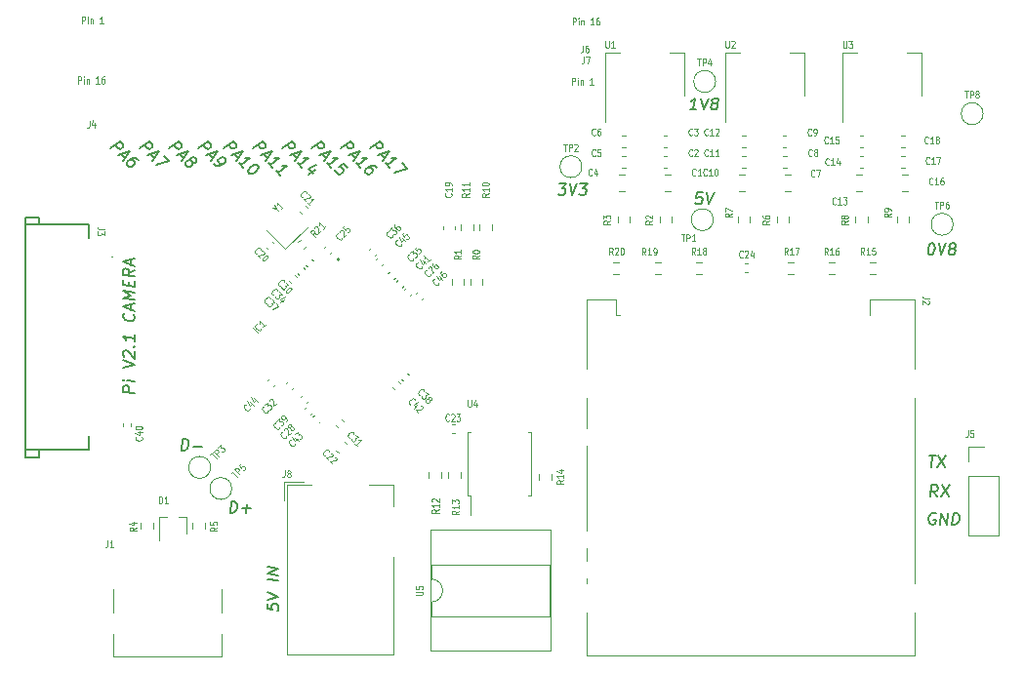
<source format=gbr>
%TF.GenerationSoftware,KiCad,Pcbnew,(6.0.6-0)*%
%TF.CreationDate,2023-04-01T16:22:28+01:00*%
%TF.ProjectId,Teacup,54656163-7570-42e6-9b69-6361645f7063,A*%
%TF.SameCoordinates,Original*%
%TF.FileFunction,Legend,Top*%
%TF.FilePolarity,Positive*%
%FSLAX46Y46*%
G04 Gerber Fmt 4.6, Leading zero omitted, Abs format (unit mm)*
G04 Created by KiCad (PCBNEW (6.0.6-0)) date 2023-04-01 16:22:28*
%MOMM*%
%LPD*%
G01*
G04 APERTURE LIST*
%ADD10C,0.120000*%
%ADD11C,0.150000*%
%ADD12C,0.175000*%
%ADD13C,0.100000*%
%ADD14C,0.200000*%
G04 APERTURE END LIST*
D10*
X167657142Y-57971428D02*
X167657142Y-57371428D01*
X167847619Y-57371428D01*
X167895238Y-57400000D01*
X167919047Y-57428571D01*
X167942857Y-57485714D01*
X167942857Y-57571428D01*
X167919047Y-57628571D01*
X167895238Y-57657142D01*
X167847619Y-57685714D01*
X167657142Y-57685714D01*
X168157142Y-57971428D02*
X168157142Y-57571428D01*
X168157142Y-57371428D02*
X168133333Y-57400000D01*
X168157142Y-57428571D01*
X168180952Y-57400000D01*
X168157142Y-57371428D01*
X168157142Y-57428571D01*
X168395238Y-57571428D02*
X168395238Y-57971428D01*
X168395238Y-57628571D02*
X168419047Y-57600000D01*
X168466666Y-57571428D01*
X168538095Y-57571428D01*
X168585714Y-57600000D01*
X168609523Y-57657142D01*
X168609523Y-57971428D01*
X169490476Y-57971428D02*
X169204761Y-57971428D01*
X169347619Y-57971428D02*
X169347619Y-57371428D01*
X169300000Y-57457142D01*
X169252380Y-57514285D01*
X169204761Y-57542857D01*
X169919047Y-57371428D02*
X169823809Y-57371428D01*
X169776190Y-57400000D01*
X169752380Y-57428571D01*
X169704761Y-57514285D01*
X169680952Y-57628571D01*
X169680952Y-57857142D01*
X169704761Y-57914285D01*
X169728571Y-57942857D01*
X169776190Y-57971428D01*
X169871428Y-57971428D01*
X169919047Y-57942857D01*
X169942857Y-57914285D01*
X169966666Y-57857142D01*
X169966666Y-57714285D01*
X169942857Y-57657142D01*
X169919047Y-57628571D01*
X169871428Y-57600000D01*
X169776190Y-57600000D01*
X169728571Y-57628571D01*
X169704761Y-57657142D01*
X169680952Y-57714285D01*
X210495238Y-58071428D02*
X210495238Y-57471428D01*
X210685714Y-57471428D01*
X210733333Y-57500000D01*
X210757142Y-57528571D01*
X210780952Y-57585714D01*
X210780952Y-57671428D01*
X210757142Y-57728571D01*
X210733333Y-57757142D01*
X210685714Y-57785714D01*
X210495238Y-57785714D01*
X210995238Y-58071428D02*
X210995238Y-57671428D01*
X210995238Y-57471428D02*
X210971428Y-57500000D01*
X210995238Y-57528571D01*
X211019047Y-57500000D01*
X210995238Y-57471428D01*
X210995238Y-57528571D01*
X211233333Y-57671428D02*
X211233333Y-58071428D01*
X211233333Y-57728571D02*
X211257142Y-57700000D01*
X211304761Y-57671428D01*
X211376190Y-57671428D01*
X211423809Y-57700000D01*
X211447619Y-57757142D01*
X211447619Y-58071428D01*
X212328571Y-58071428D02*
X212042857Y-58071428D01*
X212185714Y-58071428D02*
X212185714Y-57471428D01*
X212138095Y-57557142D01*
X212090476Y-57614285D01*
X212042857Y-57642857D01*
D11*
X180311499Y-63591262D02*
X181106994Y-62972544D01*
X181376368Y-63241918D01*
X181405831Y-63338724D01*
X181401622Y-63401858D01*
X181359532Y-63494456D01*
X181245890Y-63582844D01*
X181136457Y-63608098D01*
X181064904Y-63603889D01*
X180959680Y-63566008D01*
X180690306Y-63296634D01*
X181212218Y-64087920D02*
X181548936Y-64424638D01*
X180917590Y-64197354D02*
X181948788Y-63814337D01*
X181388995Y-64668758D01*
X181995086Y-65274850D02*
X181591025Y-64870789D01*
X181793056Y-65072819D02*
X182588551Y-64454101D01*
X182407565Y-64475146D01*
X182264460Y-64466728D01*
X182159236Y-64428847D01*
X183228314Y-65093864D02*
X183295658Y-65161207D01*
X183325121Y-65258014D01*
X183320912Y-65321148D01*
X183278822Y-65413746D01*
X183160971Y-65565268D01*
X182971567Y-65712582D01*
X182786373Y-65796762D01*
X182676939Y-65822016D01*
X182605387Y-65817807D01*
X182500163Y-65779926D01*
X182432819Y-65712582D01*
X182403356Y-65615776D01*
X182407565Y-65552642D01*
X182449655Y-65460044D01*
X182567506Y-65308521D01*
X182756910Y-65161207D01*
X182942104Y-65077028D01*
X183051538Y-65051774D01*
X183123090Y-65055983D01*
X183228314Y-65093864D01*
D10*
X210557142Y-52871428D02*
X210557142Y-52271428D01*
X210747619Y-52271428D01*
X210795238Y-52300000D01*
X210819047Y-52328571D01*
X210842857Y-52385714D01*
X210842857Y-52471428D01*
X210819047Y-52528571D01*
X210795238Y-52557142D01*
X210747619Y-52585714D01*
X210557142Y-52585714D01*
X211057142Y-52871428D02*
X211057142Y-52471428D01*
X211057142Y-52271428D02*
X211033333Y-52300000D01*
X211057142Y-52328571D01*
X211080952Y-52300000D01*
X211057142Y-52271428D01*
X211057142Y-52328571D01*
X211295238Y-52471428D02*
X211295238Y-52871428D01*
X211295238Y-52528571D02*
X211319047Y-52500000D01*
X211366666Y-52471428D01*
X211438095Y-52471428D01*
X211485714Y-52500000D01*
X211509523Y-52557142D01*
X211509523Y-52871428D01*
X212390476Y-52871428D02*
X212104761Y-52871428D01*
X212247619Y-52871428D02*
X212247619Y-52271428D01*
X212200000Y-52357142D01*
X212152380Y-52414285D01*
X212104761Y-52442857D01*
X212819047Y-52271428D02*
X212723809Y-52271428D01*
X212676190Y-52300000D01*
X212652380Y-52328571D01*
X212604761Y-52414285D01*
X212580952Y-52528571D01*
X212580952Y-52757142D01*
X212604761Y-52814285D01*
X212628571Y-52842857D01*
X212676190Y-52871428D01*
X212771428Y-52871428D01*
X212819047Y-52842857D01*
X212842857Y-52814285D01*
X212866666Y-52757142D01*
X212866666Y-52614285D01*
X212842857Y-52557142D01*
X212819047Y-52528571D01*
X212771428Y-52500000D01*
X212676190Y-52500000D01*
X212628571Y-52528571D01*
X212604761Y-52557142D01*
X212580952Y-52614285D01*
D11*
X190471499Y-63591262D02*
X191266994Y-62972544D01*
X191536368Y-63241918D01*
X191565831Y-63338724D01*
X191561622Y-63401858D01*
X191519532Y-63494456D01*
X191405890Y-63582844D01*
X191296457Y-63608098D01*
X191224904Y-63603889D01*
X191119680Y-63566008D01*
X190850306Y-63296634D01*
X191372218Y-64087920D02*
X191708936Y-64424638D01*
X191077590Y-64197354D02*
X192108788Y-63814337D01*
X191548995Y-64668758D01*
X192155086Y-65274850D02*
X191751025Y-64870789D01*
X191953056Y-65072819D02*
X192748551Y-64454101D01*
X192567565Y-64475146D01*
X192424460Y-64466728D01*
X192319236Y-64428847D01*
X193556673Y-65262223D02*
X193421986Y-65127536D01*
X193316762Y-65089655D01*
X193245209Y-65085446D01*
X193064224Y-65106491D01*
X192879029Y-65190670D01*
X192575983Y-65426373D01*
X192533894Y-65518970D01*
X192529685Y-65582104D01*
X192559147Y-65678911D01*
X192693834Y-65813598D01*
X192799059Y-65851478D01*
X192870611Y-65855687D01*
X192980044Y-65830434D01*
X193169448Y-65683120D01*
X193211538Y-65590522D01*
X193215747Y-65527388D01*
X193186284Y-65430581D01*
X193051597Y-65295894D01*
X192946373Y-65258014D01*
X192874820Y-65253805D01*
X192765387Y-65279059D01*
X180824375Y-95252380D02*
X180949375Y-94252380D01*
X181187470Y-94252380D01*
X181324375Y-94300000D01*
X181407708Y-94395238D01*
X181443422Y-94490476D01*
X181467232Y-94680952D01*
X181449375Y-94823809D01*
X181377946Y-95014285D01*
X181318422Y-95109523D01*
X181211279Y-95204761D01*
X181062470Y-95252380D01*
X180824375Y-95252380D01*
X181871994Y-94871428D02*
X182633898Y-94871428D01*
X182205327Y-95252380D02*
X182300565Y-94490476D01*
X185391499Y-63591262D02*
X186186994Y-62972544D01*
X186456368Y-63241918D01*
X186485831Y-63338724D01*
X186481622Y-63401858D01*
X186439532Y-63494456D01*
X186325890Y-63582844D01*
X186216457Y-63608098D01*
X186144904Y-63603889D01*
X186039680Y-63566008D01*
X185770306Y-63296634D01*
X186292218Y-64087920D02*
X186628936Y-64424638D01*
X185997590Y-64197354D02*
X187028788Y-63814337D01*
X186468995Y-64668758D01*
X187075086Y-65274850D02*
X186671025Y-64870789D01*
X186873056Y-65072819D02*
X187668551Y-64454101D01*
X187487565Y-64475146D01*
X187344460Y-64466728D01*
X187239236Y-64428847D01*
X188211508Y-65468462D02*
X187681178Y-65880941D01*
X188346195Y-65064401D02*
X187609625Y-65337984D01*
X188047358Y-65775717D01*
X184052380Y-103103005D02*
X184052380Y-103579196D01*
X184528571Y-103686339D01*
X184480952Y-103632767D01*
X184433333Y-103531577D01*
X184433333Y-103293482D01*
X184480952Y-103204196D01*
X184528571Y-103162529D01*
X184623809Y-103126815D01*
X184861904Y-103156577D01*
X184957142Y-103216101D01*
X185004761Y-103269672D01*
X185052380Y-103370863D01*
X185052380Y-103608958D01*
X185004761Y-103698244D01*
X184957142Y-103739910D01*
X184052380Y-102769672D02*
X185052380Y-102561339D01*
X184052380Y-102103005D01*
X185052380Y-101132767D02*
X184052380Y-101007767D01*
X185052380Y-100656577D02*
X184052380Y-100531577D01*
X185052380Y-100085148D01*
X184052380Y-99960148D01*
D10*
X167995238Y-52771428D02*
X167995238Y-52171428D01*
X168185714Y-52171428D01*
X168233333Y-52200000D01*
X168257142Y-52228571D01*
X168280952Y-52285714D01*
X168280952Y-52371428D01*
X168257142Y-52428571D01*
X168233333Y-52457142D01*
X168185714Y-52485714D01*
X167995238Y-52485714D01*
X168495238Y-52771428D02*
X168495238Y-52371428D01*
X168495238Y-52171428D02*
X168471428Y-52200000D01*
X168495238Y-52228571D01*
X168519047Y-52200000D01*
X168495238Y-52171428D01*
X168495238Y-52228571D01*
X168733333Y-52371428D02*
X168733333Y-52771428D01*
X168733333Y-52428571D02*
X168757142Y-52400000D01*
X168804761Y-52371428D01*
X168876190Y-52371428D01*
X168923809Y-52400000D01*
X168947619Y-52457142D01*
X168947619Y-52771428D01*
X169828571Y-52771428D02*
X169542857Y-52771428D01*
X169685714Y-52771428D02*
X169685714Y-52171428D01*
X169638095Y-52257142D01*
X169590476Y-52314285D01*
X169542857Y-52342857D01*
D11*
X242062470Y-95300000D02*
X241973184Y-95252380D01*
X241830327Y-95252380D01*
X241681517Y-95300000D01*
X241574375Y-95395238D01*
X241514851Y-95490476D01*
X241443422Y-95680952D01*
X241425565Y-95823809D01*
X241449375Y-96014285D01*
X241485089Y-96109523D01*
X241568422Y-96204761D01*
X241705327Y-96252380D01*
X241800565Y-96252380D01*
X241949375Y-96204761D01*
X242002946Y-96157142D01*
X242044613Y-95823809D01*
X241854136Y-95823809D01*
X242419613Y-96252380D02*
X242544613Y-95252380D01*
X242991041Y-96252380D01*
X243116041Y-95252380D01*
X243467232Y-96252380D02*
X243592232Y-95252380D01*
X243830327Y-95252380D01*
X243967232Y-95300000D01*
X244050565Y-95395238D01*
X244086279Y-95490476D01*
X244110089Y-95680952D01*
X244092232Y-95823809D01*
X244020803Y-96014285D01*
X243961279Y-96109523D01*
X243854136Y-96204761D01*
X243705327Y-96252380D01*
X243467232Y-96252380D01*
X175568216Y-63627980D02*
X176363711Y-63009261D01*
X176633085Y-63278635D01*
X176662548Y-63375441D01*
X176658339Y-63438576D01*
X176616250Y-63531173D01*
X176502607Y-63619562D01*
X176393174Y-63644815D01*
X176321622Y-63640606D01*
X176216398Y-63602726D01*
X175947024Y-63333352D01*
X176468936Y-64124638D02*
X176805653Y-64461355D01*
X176174308Y-64234071D02*
X177205505Y-63851055D01*
X176645712Y-64705476D01*
X177436999Y-64688640D02*
X177407536Y-64591833D01*
X177411745Y-64528699D01*
X177453834Y-64436102D01*
X177491715Y-64406639D01*
X177601148Y-64381385D01*
X177672701Y-64385594D01*
X177777925Y-64423475D01*
X177912612Y-64558162D01*
X177942075Y-64654968D01*
X177937866Y-64718103D01*
X177895776Y-64810700D01*
X177857895Y-64840163D01*
X177748462Y-64865416D01*
X177676910Y-64861207D01*
X177571686Y-64823327D01*
X177436999Y-64688640D01*
X177331774Y-64650759D01*
X177260222Y-64646550D01*
X177150789Y-64671804D01*
X176999266Y-64789655D01*
X176957176Y-64882252D01*
X176952967Y-64945387D01*
X176982430Y-65042193D01*
X177117117Y-65176880D01*
X177222341Y-65214761D01*
X177293894Y-65218970D01*
X177403327Y-65193716D01*
X177554850Y-65075865D01*
X177596939Y-64983268D01*
X177601148Y-64920133D01*
X177571686Y-64823327D01*
X173028216Y-63627980D02*
X173823711Y-63009261D01*
X174093085Y-63278635D01*
X174122548Y-63375441D01*
X174118339Y-63438576D01*
X174076250Y-63531173D01*
X173962607Y-63619562D01*
X173853174Y-63644815D01*
X173781622Y-63640606D01*
X173676398Y-63602726D01*
X173407024Y-63333352D01*
X173928936Y-64124638D02*
X174265653Y-64461355D01*
X173634308Y-64234071D02*
X174665505Y-63851055D01*
X174105712Y-64705476D01*
X175069566Y-64255116D02*
X175540971Y-64726520D01*
X174442430Y-65042193D01*
X209392232Y-66652380D02*
X210011279Y-66652380D01*
X209630327Y-67033333D01*
X209773184Y-67033333D01*
X209862470Y-67080952D01*
X209904136Y-67128571D01*
X209939851Y-67223809D01*
X209910089Y-67461904D01*
X209850565Y-67557142D01*
X209796994Y-67604761D01*
X209695803Y-67652380D01*
X209410089Y-67652380D01*
X209320803Y-67604761D01*
X209279136Y-67557142D01*
X210296994Y-66652380D02*
X210505327Y-67652380D01*
X210963660Y-66652380D01*
X211201755Y-66652380D02*
X211820803Y-66652380D01*
X211439851Y-67033333D01*
X211582708Y-67033333D01*
X211671994Y-67080952D01*
X211713660Y-67128571D01*
X211749375Y-67223809D01*
X211719613Y-67461904D01*
X211660089Y-67557142D01*
X211606517Y-67604761D01*
X211505327Y-67652380D01*
X211219613Y-67652380D01*
X211130327Y-67604761D01*
X211088660Y-67557142D01*
X241468422Y-90252380D02*
X242039851Y-90252380D01*
X241629136Y-91252380D02*
X241754136Y-90252380D01*
X242277946Y-90252380D02*
X242819613Y-91252380D01*
X242944613Y-90252380D02*
X242152946Y-91252380D01*
X176624375Y-89852380D02*
X176749375Y-88852380D01*
X176987470Y-88852380D01*
X177124375Y-88900000D01*
X177207708Y-88995238D01*
X177243422Y-89090476D01*
X177267232Y-89280952D01*
X177249375Y-89423809D01*
X177177946Y-89614285D01*
X177118422Y-89709523D01*
X177011279Y-89804761D01*
X176862470Y-89852380D01*
X176624375Y-89852380D01*
X177671994Y-89471428D02*
X178433898Y-89471428D01*
X178108216Y-63627980D02*
X178903711Y-63009261D01*
X179173085Y-63278635D01*
X179202548Y-63375441D01*
X179198339Y-63438576D01*
X179156250Y-63531173D01*
X179042607Y-63619562D01*
X178933174Y-63644815D01*
X178861622Y-63640606D01*
X178756398Y-63602726D01*
X178487024Y-63333352D01*
X179008936Y-64124638D02*
X179345653Y-64461355D01*
X178714308Y-64234071D02*
X179745505Y-63851055D01*
X179185712Y-64705476D01*
X179455086Y-64974850D02*
X179589773Y-65109537D01*
X179694998Y-65147417D01*
X179766550Y-65151626D01*
X179947536Y-65130581D01*
X180132730Y-65046402D01*
X180435776Y-64810700D01*
X180477866Y-64718103D01*
X180482075Y-64654968D01*
X180452612Y-64558162D01*
X180317925Y-64423475D01*
X180212701Y-64385594D01*
X180141148Y-64381385D01*
X180031715Y-64406639D01*
X179842312Y-64553953D01*
X179800222Y-64646550D01*
X179796013Y-64709685D01*
X179825476Y-64806491D01*
X179960163Y-64941178D01*
X180065387Y-64979059D01*
X180136939Y-64983268D01*
X180246373Y-64958014D01*
X187931499Y-63591262D02*
X188726994Y-62972544D01*
X188996368Y-63241918D01*
X189025831Y-63338724D01*
X189021622Y-63401858D01*
X188979532Y-63494456D01*
X188865890Y-63582844D01*
X188756457Y-63608098D01*
X188684904Y-63603889D01*
X188579680Y-63566008D01*
X188310306Y-63296634D01*
X188832218Y-64087920D02*
X189168936Y-64424638D01*
X188537590Y-64197354D02*
X189568788Y-63814337D01*
X189008995Y-64668758D01*
X189615086Y-65274850D02*
X189211025Y-64870789D01*
X189413056Y-65072819D02*
X190208551Y-64454101D01*
X190027565Y-64475146D01*
X189884460Y-64466728D01*
X189779236Y-64428847D01*
X191050345Y-65295894D02*
X190713627Y-64959177D01*
X190301148Y-65220133D01*
X190372701Y-65224342D01*
X190477925Y-65262223D01*
X190646284Y-65430581D01*
X190675747Y-65527388D01*
X190671538Y-65590522D01*
X190629448Y-65683120D01*
X190440044Y-65830434D01*
X190330611Y-65855687D01*
X190259059Y-65851478D01*
X190153834Y-65813598D01*
X189985476Y-65645239D01*
X189956013Y-65548433D01*
X189960222Y-65485298D01*
X172552380Y-84856577D02*
X171552380Y-84731577D01*
X171552380Y-84350625D01*
X171600000Y-84261339D01*
X171647619Y-84219672D01*
X171742857Y-84183958D01*
X171885714Y-84201815D01*
X171980952Y-84261339D01*
X172028571Y-84314910D01*
X172076190Y-84416101D01*
X172076190Y-84797053D01*
X172552380Y-83856577D02*
X171885714Y-83773244D01*
X171552380Y-83731577D02*
X171600000Y-83785148D01*
X171647619Y-83743482D01*
X171600000Y-83689910D01*
X171552380Y-83731577D01*
X171647619Y-83743482D01*
X171552380Y-82636339D02*
X172552380Y-82428005D01*
X171552380Y-81969672D01*
X171647619Y-81695863D02*
X171600000Y-81642291D01*
X171552380Y-81541101D01*
X171552380Y-81303005D01*
X171600000Y-81213720D01*
X171647619Y-81172053D01*
X171742857Y-81136339D01*
X171838095Y-81148244D01*
X171980952Y-81213720D01*
X172552380Y-81856577D01*
X172552380Y-81237529D01*
X172457142Y-80797053D02*
X172504761Y-80755386D01*
X172552380Y-80808958D01*
X172504761Y-80850625D01*
X172457142Y-80797053D01*
X172552380Y-80808958D01*
X172552380Y-79808958D02*
X172552380Y-80380386D01*
X172552380Y-80094672D02*
X171552380Y-79969672D01*
X171695238Y-80082767D01*
X171790476Y-80189910D01*
X171838095Y-80291101D01*
X172457142Y-78035148D02*
X172504761Y-78088720D01*
X172552380Y-78237529D01*
X172552380Y-78332767D01*
X172504761Y-78469672D01*
X172409523Y-78553005D01*
X172314285Y-78588720D01*
X172123809Y-78612529D01*
X171980952Y-78594672D01*
X171790476Y-78523244D01*
X171695238Y-78463720D01*
X171600000Y-78356577D01*
X171552380Y-78207767D01*
X171552380Y-78112529D01*
X171600000Y-77975625D01*
X171647619Y-77933958D01*
X172266666Y-77630386D02*
X172266666Y-77154196D01*
X172552380Y-77761339D02*
X171552380Y-77303005D01*
X172552380Y-77094672D01*
X172552380Y-76761339D02*
X171552380Y-76636339D01*
X172266666Y-76392291D01*
X171552380Y-75969672D01*
X172552380Y-76094672D01*
X172028571Y-75553005D02*
X172028571Y-75219672D01*
X172552380Y-75142291D02*
X172552380Y-75618482D01*
X171552380Y-75493482D01*
X171552380Y-75017291D01*
X172552380Y-74142291D02*
X172076190Y-74416101D01*
X172552380Y-74713720D02*
X171552380Y-74588720D01*
X171552380Y-74207767D01*
X171600000Y-74118482D01*
X171647619Y-74076815D01*
X171742857Y-74041101D01*
X171885714Y-74058958D01*
X171980952Y-74118482D01*
X172028571Y-74172053D01*
X172076190Y-74273244D01*
X172076190Y-74654196D01*
X172266666Y-73725625D02*
X172266666Y-73249434D01*
X172552380Y-73856577D02*
X171552380Y-73398244D01*
X172552380Y-73189910D01*
X170488216Y-63627980D02*
X171283711Y-63009261D01*
X171553085Y-63278635D01*
X171582548Y-63375441D01*
X171578339Y-63438576D01*
X171536250Y-63531173D01*
X171422607Y-63619562D01*
X171313174Y-63644815D01*
X171241622Y-63640606D01*
X171136398Y-63602726D01*
X170867024Y-63333352D01*
X171388936Y-64124638D02*
X171725653Y-64461355D01*
X171094308Y-64234071D02*
X172125505Y-63851055D01*
X171565712Y-64705476D01*
X172899955Y-64625505D02*
X172765268Y-64490818D01*
X172660044Y-64452937D01*
X172588492Y-64448729D01*
X172407506Y-64469773D01*
X172222312Y-64553953D01*
X171919266Y-64789655D01*
X171877176Y-64882252D01*
X171872967Y-64945387D01*
X171902430Y-65042193D01*
X172037117Y-65176880D01*
X172142341Y-65214761D01*
X172213894Y-65218970D01*
X172323327Y-65193716D01*
X172512730Y-65046402D01*
X172554820Y-64953805D01*
X172559029Y-64890670D01*
X172529566Y-64793864D01*
X172394879Y-64659177D01*
X172289655Y-64621296D01*
X172218103Y-64617087D01*
X172108669Y-64642341D01*
X241677946Y-71852380D02*
X241773184Y-71852380D01*
X241862470Y-71900000D01*
X241904136Y-71947619D01*
X241939851Y-72042857D01*
X241963660Y-72233333D01*
X241933898Y-72471428D01*
X241862470Y-72661904D01*
X241802946Y-72757142D01*
X241749375Y-72804761D01*
X241648184Y-72852380D01*
X241552946Y-72852380D01*
X241463660Y-72804761D01*
X241421994Y-72757142D01*
X241386279Y-72661904D01*
X241362470Y-72471428D01*
X241392232Y-72233333D01*
X241463660Y-72042857D01*
X241523184Y-71947619D01*
X241576755Y-71900000D01*
X241677946Y-71852380D01*
X242296994Y-71852380D02*
X242505327Y-72852380D01*
X242963660Y-71852380D01*
X243386279Y-72280952D02*
X243296994Y-72233333D01*
X243255327Y-72185714D01*
X243219613Y-72090476D01*
X243225565Y-72042857D01*
X243285089Y-71947619D01*
X243338660Y-71900000D01*
X243439851Y-71852380D01*
X243630327Y-71852380D01*
X243719613Y-71900000D01*
X243761279Y-71947619D01*
X243796994Y-72042857D01*
X243791041Y-72090476D01*
X243731517Y-72185714D01*
X243677946Y-72233333D01*
X243576755Y-72280952D01*
X243386279Y-72280952D01*
X243285089Y-72328571D01*
X243231517Y-72376190D01*
X243171994Y-72471428D01*
X243148184Y-72661904D01*
X243183898Y-72757142D01*
X243225565Y-72804761D01*
X243314851Y-72852380D01*
X243505327Y-72852380D01*
X243606517Y-72804761D01*
X243660089Y-72757142D01*
X243719613Y-72661904D01*
X243743422Y-72471428D01*
X243707708Y-72376190D01*
X243666041Y-72328571D01*
X243576755Y-72280952D01*
X242138660Y-93852380D02*
X241864851Y-93376190D01*
X241567232Y-93852380D02*
X241692232Y-92852380D01*
X242073184Y-92852380D01*
X242162470Y-92900000D01*
X242204136Y-92947619D01*
X242239851Y-93042857D01*
X242221994Y-93185714D01*
X242162470Y-93280952D01*
X242108898Y-93328571D01*
X242007708Y-93376190D01*
X241626755Y-93376190D01*
X242596994Y-92852380D02*
X243138660Y-93852380D01*
X243263660Y-92852380D02*
X242471994Y-93852380D01*
X221839851Y-67452380D02*
X221363660Y-67452380D01*
X221256517Y-67928571D01*
X221310089Y-67880952D01*
X221411279Y-67833333D01*
X221649375Y-67833333D01*
X221738660Y-67880952D01*
X221780327Y-67928571D01*
X221816041Y-68023809D01*
X221786279Y-68261904D01*
X221726755Y-68357142D01*
X221673184Y-68404761D01*
X221571994Y-68452380D01*
X221333898Y-68452380D01*
X221244613Y-68404761D01*
X221202946Y-68357142D01*
X222173184Y-67452380D02*
X222381517Y-68452380D01*
X222839851Y-67452380D01*
X193011499Y-63591262D02*
X193806994Y-62972544D01*
X194076368Y-63241918D01*
X194105831Y-63338724D01*
X194101622Y-63401858D01*
X194059532Y-63494456D01*
X193945890Y-63582844D01*
X193836457Y-63608098D01*
X193764904Y-63603889D01*
X193659680Y-63566008D01*
X193390306Y-63296634D01*
X193912218Y-64087920D02*
X194248936Y-64424638D01*
X193617590Y-64197354D02*
X194648788Y-63814337D01*
X194088995Y-64668758D01*
X194695086Y-65274850D02*
X194291025Y-64870789D01*
X194493056Y-65072819D02*
X195288551Y-64454101D01*
X195107565Y-64475146D01*
X194964460Y-64466728D01*
X194859236Y-64428847D01*
X195726284Y-64891833D02*
X196197688Y-65363238D01*
X195099147Y-65678911D01*
X182851499Y-63591262D02*
X183646994Y-62972544D01*
X183916368Y-63241918D01*
X183945831Y-63338724D01*
X183941622Y-63401858D01*
X183899532Y-63494456D01*
X183785890Y-63582844D01*
X183676457Y-63608098D01*
X183604904Y-63603889D01*
X183499680Y-63566008D01*
X183230306Y-63296634D01*
X183752218Y-64087920D02*
X184088936Y-64424638D01*
X183457590Y-64197354D02*
X184488788Y-63814337D01*
X183928995Y-64668758D01*
X184535086Y-65274850D02*
X184131025Y-64870789D01*
X184333056Y-65072819D02*
X185128551Y-64454101D01*
X184947565Y-64475146D01*
X184804460Y-64466728D01*
X184699236Y-64428847D01*
X185208521Y-65948285D02*
X184804460Y-65544224D01*
X185006491Y-65746254D02*
X185801986Y-65127536D01*
X185621000Y-65148581D01*
X185477895Y-65140163D01*
X185372671Y-65102282D01*
X221286279Y-60252380D02*
X220714851Y-60252380D01*
X221000565Y-60252380D02*
X221125565Y-59252380D01*
X221012470Y-59395238D01*
X220905327Y-59490476D01*
X220804136Y-59538095D01*
X221696994Y-59252380D02*
X221905327Y-60252380D01*
X222363660Y-59252380D01*
X222786279Y-59680952D02*
X222696994Y-59633333D01*
X222655327Y-59585714D01*
X222619613Y-59490476D01*
X222625565Y-59442857D01*
X222685089Y-59347619D01*
X222738660Y-59300000D01*
X222839851Y-59252380D01*
X223030327Y-59252380D01*
X223119613Y-59300000D01*
X223161279Y-59347619D01*
X223196994Y-59442857D01*
X223191041Y-59490476D01*
X223131517Y-59585714D01*
X223077946Y-59633333D01*
X222976755Y-59680952D01*
X222786279Y-59680952D01*
X222685089Y-59728571D01*
X222631517Y-59776190D01*
X222571994Y-59871428D01*
X222548184Y-60061904D01*
X222583898Y-60157142D01*
X222625565Y-60204761D01*
X222714851Y-60252380D01*
X222905327Y-60252380D01*
X223006517Y-60204761D01*
X223060089Y-60157142D01*
X223119613Y-60061904D01*
X223143422Y-59871428D01*
X223107708Y-59776190D01*
X223066041Y-59728571D01*
X222976755Y-59680952D01*
D10*
%TO.C,C19*%
X200014285Y-67521428D02*
X200042857Y-67545238D01*
X200071428Y-67616666D01*
X200071428Y-67664285D01*
X200042857Y-67735714D01*
X199985714Y-67783333D01*
X199928571Y-67807142D01*
X199814285Y-67830952D01*
X199728571Y-67830952D01*
X199614285Y-67807142D01*
X199557142Y-67783333D01*
X199500000Y-67735714D01*
X199471428Y-67664285D01*
X199471428Y-67616666D01*
X199500000Y-67545238D01*
X199528571Y-67521428D01*
X200071428Y-67045238D02*
X200071428Y-67330952D01*
X200071428Y-67188095D02*
X199471428Y-67188095D01*
X199557142Y-67235714D01*
X199614285Y-67283333D01*
X199642857Y-67330952D01*
X200071428Y-66807142D02*
X200071428Y-66711904D01*
X200042857Y-66664285D01*
X200014285Y-66640476D01*
X199928571Y-66592857D01*
X199814285Y-66569047D01*
X199585714Y-66569047D01*
X199528571Y-66592857D01*
X199500000Y-66616666D01*
X199471428Y-66664285D01*
X199471428Y-66759523D01*
X199500000Y-66807142D01*
X199528571Y-66830952D01*
X199585714Y-66854761D01*
X199728571Y-66854761D01*
X199785714Y-66830952D01*
X199814285Y-66807142D01*
X199842857Y-66759523D01*
X199842857Y-66664285D01*
X199814285Y-66616666D01*
X199785714Y-66592857D01*
X199728571Y-66569047D01*
%TO.C,C2*%
X220916666Y-64214285D02*
X220892857Y-64242857D01*
X220821428Y-64271428D01*
X220773809Y-64271428D01*
X220702380Y-64242857D01*
X220654761Y-64185714D01*
X220630952Y-64128571D01*
X220607142Y-64014285D01*
X220607142Y-63928571D01*
X220630952Y-63814285D01*
X220654761Y-63757142D01*
X220702380Y-63700000D01*
X220773809Y-63671428D01*
X220821428Y-63671428D01*
X220892857Y-63700000D01*
X220916666Y-63728571D01*
X221107142Y-63728571D02*
X221130952Y-63700000D01*
X221178571Y-63671428D01*
X221297619Y-63671428D01*
X221345238Y-63700000D01*
X221369047Y-63728571D01*
X221392857Y-63785714D01*
X221392857Y-63842857D01*
X221369047Y-63928571D01*
X221083333Y-64271428D01*
X221392857Y-64271428D01*
%TO.C,TP8*%
X244569047Y-58623428D02*
X244854761Y-58623428D01*
X244711904Y-59223428D02*
X244711904Y-58623428D01*
X245021428Y-59223428D02*
X245021428Y-58623428D01*
X245211904Y-58623428D01*
X245259523Y-58652000D01*
X245283333Y-58680571D01*
X245307142Y-58737714D01*
X245307142Y-58823428D01*
X245283333Y-58880571D01*
X245259523Y-58909142D01*
X245211904Y-58937714D01*
X245021428Y-58937714D01*
X245592857Y-58880571D02*
X245545238Y-58852000D01*
X245521428Y-58823428D01*
X245497619Y-58766285D01*
X245497619Y-58737714D01*
X245521428Y-58680571D01*
X245545238Y-58652000D01*
X245592857Y-58623428D01*
X245688095Y-58623428D01*
X245735714Y-58652000D01*
X245759523Y-58680571D01*
X245783333Y-58737714D01*
X245783333Y-58766285D01*
X245759523Y-58823428D01*
X245735714Y-58852000D01*
X245688095Y-58880571D01*
X245592857Y-58880571D01*
X245545238Y-58909142D01*
X245521428Y-58937714D01*
X245497619Y-58994857D01*
X245497619Y-59109142D01*
X245521428Y-59166285D01*
X245545238Y-59194857D01*
X245592857Y-59223428D01*
X245688095Y-59223428D01*
X245735714Y-59194857D01*
X245759523Y-59166285D01*
X245783333Y-59109142D01*
X245783333Y-58994857D01*
X245759523Y-58937714D01*
X245735714Y-58909142D01*
X245688095Y-58880571D01*
%TO.C,C20*%
X183134708Y-72735420D02*
X183097669Y-72738787D01*
X183026959Y-72708483D01*
X182993287Y-72674811D01*
X182962982Y-72604100D01*
X182969717Y-72530022D01*
X182993287Y-72472780D01*
X183057263Y-72375132D01*
X183117872Y-72314523D01*
X183215520Y-72250547D01*
X183272762Y-72226977D01*
X183346840Y-72220242D01*
X183417551Y-72250547D01*
X183451223Y-72284219D01*
X183481527Y-72354929D01*
X183478160Y-72391968D01*
X183612847Y-72526655D02*
X183649886Y-72523288D01*
X183703761Y-72536757D01*
X183787940Y-72620936D01*
X183801409Y-72674811D01*
X183798042Y-72711850D01*
X183774472Y-72769092D01*
X183734065Y-72809498D01*
X183656620Y-72853271D01*
X183212153Y-72893677D01*
X183431020Y-73112544D01*
X184074150Y-72907146D02*
X184107822Y-72940818D01*
X184121291Y-72994693D01*
X184117923Y-73031731D01*
X184094353Y-73088973D01*
X184030377Y-73186622D01*
X183929362Y-73287637D01*
X183831714Y-73351613D01*
X183774472Y-73375183D01*
X183737433Y-73378551D01*
X183683558Y-73365082D01*
X183649886Y-73331410D01*
X183636417Y-73277535D01*
X183639785Y-73240496D01*
X183663355Y-73183254D01*
X183727331Y-73085606D01*
X183828346Y-72984591D01*
X183925994Y-72920615D01*
X183983236Y-72897044D01*
X184020275Y-72893677D01*
X184074150Y-72907146D01*
%TO.C,U2*%
X223819047Y-54271428D02*
X223819047Y-54757142D01*
X223842857Y-54814285D01*
X223866666Y-54842857D01*
X223914285Y-54871428D01*
X224009523Y-54871428D01*
X224057142Y-54842857D01*
X224080952Y-54814285D01*
X224104761Y-54757142D01*
X224104761Y-54271428D01*
X224319047Y-54328571D02*
X224342857Y-54300000D01*
X224390476Y-54271428D01*
X224509523Y-54271428D01*
X224557142Y-54300000D01*
X224580952Y-54328571D01*
X224604761Y-54385714D01*
X224604761Y-54442857D01*
X224580952Y-54528571D01*
X224295238Y-54871428D01*
X224604761Y-54871428D01*
%TO.C,C1*%
X221216666Y-65914285D02*
X221192857Y-65942857D01*
X221121428Y-65971428D01*
X221073809Y-65971428D01*
X221002380Y-65942857D01*
X220954761Y-65885714D01*
X220930952Y-65828571D01*
X220907142Y-65714285D01*
X220907142Y-65628571D01*
X220930952Y-65514285D01*
X220954761Y-65457142D01*
X221002380Y-65400000D01*
X221073809Y-65371428D01*
X221121428Y-65371428D01*
X221192857Y-65400000D01*
X221216666Y-65428571D01*
X221692857Y-65971428D02*
X221407142Y-65971428D01*
X221550000Y-65971428D02*
X221550000Y-65371428D01*
X221502380Y-65457142D01*
X221454761Y-65514285D01*
X221407142Y-65542857D01*
%TO.C,TP6*%
X241969047Y-68223428D02*
X242254761Y-68223428D01*
X242111904Y-68823428D02*
X242111904Y-68223428D01*
X242421428Y-68823428D02*
X242421428Y-68223428D01*
X242611904Y-68223428D01*
X242659523Y-68252000D01*
X242683333Y-68280571D01*
X242707142Y-68337714D01*
X242707142Y-68423428D01*
X242683333Y-68480571D01*
X242659523Y-68509142D01*
X242611904Y-68537714D01*
X242421428Y-68537714D01*
X243135714Y-68223428D02*
X243040476Y-68223428D01*
X242992857Y-68252000D01*
X242969047Y-68280571D01*
X242921428Y-68366285D01*
X242897619Y-68480571D01*
X242897619Y-68709142D01*
X242921428Y-68766285D01*
X242945238Y-68794857D01*
X242992857Y-68823428D01*
X243088095Y-68823428D01*
X243135714Y-68794857D01*
X243159523Y-68766285D01*
X243183333Y-68709142D01*
X243183333Y-68566285D01*
X243159523Y-68509142D01*
X243135714Y-68480571D01*
X243088095Y-68452000D01*
X242992857Y-68452000D01*
X242945238Y-68480571D01*
X242921428Y-68509142D01*
X242897619Y-68566285D01*
%TO.C,C37*%
X183971192Y-77024238D02*
X183934153Y-77027605D01*
X183863443Y-76997301D01*
X183829771Y-76963629D01*
X183799466Y-76892918D01*
X183806201Y-76818840D01*
X183829771Y-76761598D01*
X183893747Y-76663950D01*
X183954356Y-76603341D01*
X184052004Y-76539365D01*
X184109246Y-76515795D01*
X184183324Y-76509060D01*
X184254035Y-76539365D01*
X184287707Y-76573037D01*
X184318011Y-76643747D01*
X184314644Y-76680786D01*
X184472901Y-76758231D02*
X184691768Y-76977098D01*
X184412292Y-77020871D01*
X184462800Y-77071379D01*
X184476269Y-77125253D01*
X184472901Y-77162292D01*
X184449331Y-77219534D01*
X184348316Y-77320549D01*
X184291074Y-77344120D01*
X184254035Y-77347487D01*
X184200160Y-77334018D01*
X184099145Y-77233003D01*
X184085676Y-77179128D01*
X184089043Y-77142089D01*
X184809619Y-77094949D02*
X185045321Y-77330651D01*
X184469534Y-77603392D01*
%TO.C,TP3*%
X179121514Y-90213815D02*
X179323544Y-90011785D01*
X179646793Y-90537064D02*
X179222529Y-90112800D01*
X179865659Y-90318198D02*
X179441395Y-89893933D01*
X179576082Y-89759246D01*
X179629957Y-89745778D01*
X179666996Y-89749145D01*
X179724238Y-89772715D01*
X179784847Y-89833324D01*
X179808417Y-89890566D01*
X179811785Y-89927605D01*
X179798316Y-89981480D01*
X179663629Y-90116167D01*
X179761277Y-89574052D02*
X179980143Y-89355185D01*
X180023917Y-89634661D01*
X180074424Y-89584153D01*
X180128299Y-89570685D01*
X180165338Y-89574052D01*
X180222580Y-89597622D01*
X180323595Y-89698637D01*
X180347165Y-89755879D01*
X180350533Y-89792918D01*
X180337064Y-89846793D01*
X180236049Y-89947808D01*
X180182174Y-89961277D01*
X180145135Y-89957910D01*
%TO.C,R2*%
X217471428Y-69883333D02*
X217185714Y-70050000D01*
X217471428Y-70169047D02*
X216871428Y-70169047D01*
X216871428Y-69978571D01*
X216900000Y-69930952D01*
X216928571Y-69907142D01*
X216985714Y-69883333D01*
X217071428Y-69883333D01*
X217128571Y-69907142D01*
X217157142Y-69930952D01*
X217185714Y-69978571D01*
X217185714Y-70169047D01*
X216928571Y-69692857D02*
X216900000Y-69669047D01*
X216871428Y-69621428D01*
X216871428Y-69502380D01*
X216900000Y-69454761D01*
X216928571Y-69430952D01*
X216985714Y-69407142D01*
X217042857Y-69407142D01*
X217128571Y-69430952D01*
X217471428Y-69716666D01*
X217471428Y-69407142D01*
%TO.C,R0*%
X202471428Y-72908333D02*
X202185714Y-73075000D01*
X202471428Y-73194047D02*
X201871428Y-73194047D01*
X201871428Y-73003571D01*
X201900000Y-72955952D01*
X201928571Y-72932142D01*
X201985714Y-72908333D01*
X202071428Y-72908333D01*
X202128571Y-72932142D01*
X202157142Y-72955952D01*
X202185714Y-73003571D01*
X202185714Y-73194047D01*
X201871428Y-72598809D02*
X201871428Y-72551190D01*
X201900000Y-72503571D01*
X201928571Y-72479761D01*
X201985714Y-72455952D01*
X202100000Y-72432142D01*
X202242857Y-72432142D01*
X202357142Y-72455952D01*
X202414285Y-72479761D01*
X202442857Y-72503571D01*
X202471428Y-72551190D01*
X202471428Y-72598809D01*
X202442857Y-72646428D01*
X202414285Y-72670238D01*
X202357142Y-72694047D01*
X202242857Y-72717857D01*
X202100000Y-72717857D01*
X201985714Y-72694047D01*
X201928571Y-72670238D01*
X201900000Y-72646428D01*
X201871428Y-72598809D01*
%TO.C,R3*%
X213841428Y-69883333D02*
X213555714Y-70050000D01*
X213841428Y-70169047D02*
X213241428Y-70169047D01*
X213241428Y-69978571D01*
X213270000Y-69930952D01*
X213298571Y-69907142D01*
X213355714Y-69883333D01*
X213441428Y-69883333D01*
X213498571Y-69907142D01*
X213527142Y-69930952D01*
X213555714Y-69978571D01*
X213555714Y-70169047D01*
X213241428Y-69716666D02*
X213241428Y-69407142D01*
X213470000Y-69573809D01*
X213470000Y-69502380D01*
X213498571Y-69454761D01*
X213527142Y-69430952D01*
X213584285Y-69407142D01*
X213727142Y-69407142D01*
X213784285Y-69430952D01*
X213812857Y-69454761D01*
X213841428Y-69502380D01*
X213841428Y-69645238D01*
X213812857Y-69692857D01*
X213784285Y-69716666D01*
%TO.C,J7*%
X211533333Y-55671428D02*
X211533333Y-56100000D01*
X211509523Y-56185714D01*
X211461904Y-56242857D01*
X211390476Y-56271428D01*
X211342857Y-56271428D01*
X211723809Y-55671428D02*
X212057142Y-55671428D01*
X211842857Y-56271428D01*
%TO.C,J6*%
X211433333Y-54671428D02*
X211433333Y-55100000D01*
X211409523Y-55185714D01*
X211361904Y-55242857D01*
X211290476Y-55271428D01*
X211242857Y-55271428D01*
X211885714Y-54671428D02*
X211790476Y-54671428D01*
X211742857Y-54700000D01*
X211719047Y-54728571D01*
X211671428Y-54814285D01*
X211647619Y-54928571D01*
X211647619Y-55157142D01*
X211671428Y-55214285D01*
X211695238Y-55242857D01*
X211742857Y-55271428D01*
X211838095Y-55271428D01*
X211885714Y-55242857D01*
X211909523Y-55214285D01*
X211933333Y-55157142D01*
X211933333Y-55014285D01*
X211909523Y-54957142D01*
X211885714Y-54928571D01*
X211838095Y-54900000D01*
X211742857Y-54900000D01*
X211695238Y-54928571D01*
X211671428Y-54957142D01*
X211647619Y-55014285D01*
%TO.C,C16*%
X241778571Y-66714285D02*
X241754761Y-66742857D01*
X241683333Y-66771428D01*
X241635714Y-66771428D01*
X241564285Y-66742857D01*
X241516666Y-66685714D01*
X241492857Y-66628571D01*
X241469047Y-66514285D01*
X241469047Y-66428571D01*
X241492857Y-66314285D01*
X241516666Y-66257142D01*
X241564285Y-66200000D01*
X241635714Y-66171428D01*
X241683333Y-66171428D01*
X241754761Y-66200000D01*
X241778571Y-66228571D01*
X242254761Y-66771428D02*
X241969047Y-66771428D01*
X242111904Y-66771428D02*
X242111904Y-66171428D01*
X242064285Y-66257142D01*
X242016666Y-66314285D01*
X241969047Y-66342857D01*
X242683333Y-66171428D02*
X242588095Y-66171428D01*
X242540476Y-66200000D01*
X242516666Y-66228571D01*
X242469047Y-66314285D01*
X242445238Y-66428571D01*
X242445238Y-66657142D01*
X242469047Y-66714285D01*
X242492857Y-66742857D01*
X242540476Y-66771428D01*
X242635714Y-66771428D01*
X242683333Y-66742857D01*
X242707142Y-66714285D01*
X242730952Y-66657142D01*
X242730952Y-66514285D01*
X242707142Y-66457142D01*
X242683333Y-66428571D01*
X242635714Y-66400000D01*
X242540476Y-66400000D01*
X242492857Y-66428571D01*
X242469047Y-66457142D01*
X242445238Y-66514285D01*
%TO.C,R18*%
X221178571Y-72828928D02*
X221011904Y-72543214D01*
X220892857Y-72828928D02*
X220892857Y-72228928D01*
X221083333Y-72228928D01*
X221130952Y-72257500D01*
X221154761Y-72286071D01*
X221178571Y-72343214D01*
X221178571Y-72428928D01*
X221154761Y-72486071D01*
X221130952Y-72514642D01*
X221083333Y-72543214D01*
X220892857Y-72543214D01*
X221654761Y-72828928D02*
X221369047Y-72828928D01*
X221511904Y-72828928D02*
X221511904Y-72228928D01*
X221464285Y-72314642D01*
X221416666Y-72371785D01*
X221369047Y-72400357D01*
X221940476Y-72486071D02*
X221892857Y-72457500D01*
X221869047Y-72428928D01*
X221845238Y-72371785D01*
X221845238Y-72343214D01*
X221869047Y-72286071D01*
X221892857Y-72257500D01*
X221940476Y-72228928D01*
X222035714Y-72228928D01*
X222083333Y-72257500D01*
X222107142Y-72286071D01*
X222130952Y-72343214D01*
X222130952Y-72371785D01*
X222107142Y-72428928D01*
X222083333Y-72457500D01*
X222035714Y-72486071D01*
X221940476Y-72486071D01*
X221892857Y-72514642D01*
X221869047Y-72543214D01*
X221845238Y-72600357D01*
X221845238Y-72714642D01*
X221869047Y-72771785D01*
X221892857Y-72800357D01*
X221940476Y-72828928D01*
X222035714Y-72828928D01*
X222083333Y-72800357D01*
X222107142Y-72771785D01*
X222130952Y-72714642D01*
X222130952Y-72600357D01*
X222107142Y-72543214D01*
X222083333Y-72514642D01*
X222035714Y-72486071D01*
%TO.C,C21*%
X187121192Y-67824238D02*
X187084153Y-67827605D01*
X187013443Y-67797301D01*
X186979771Y-67763629D01*
X186949466Y-67692918D01*
X186956201Y-67618840D01*
X186979771Y-67561598D01*
X187043747Y-67463950D01*
X187104356Y-67403341D01*
X187202004Y-67339365D01*
X187259246Y-67315795D01*
X187333324Y-67309060D01*
X187404035Y-67339365D01*
X187437707Y-67373037D01*
X187468011Y-67443747D01*
X187464644Y-67480786D01*
X187599331Y-67615473D02*
X187636370Y-67612106D01*
X187690245Y-67625575D01*
X187774424Y-67709754D01*
X187787893Y-67763629D01*
X187784526Y-67800668D01*
X187760956Y-67857910D01*
X187720549Y-67898316D01*
X187643104Y-67942089D01*
X187198637Y-67982495D01*
X187417504Y-68201362D01*
X187754221Y-68538079D02*
X187552191Y-68336049D01*
X187653206Y-68437064D02*
X188077470Y-68012800D01*
X187983189Y-68039737D01*
X187909111Y-68046472D01*
X187855236Y-68033003D01*
%TO.C,C38*%
X197321192Y-85024238D02*
X197284153Y-85027605D01*
X197213443Y-84997301D01*
X197179771Y-84963629D01*
X197149466Y-84892918D01*
X197156201Y-84818840D01*
X197179771Y-84761598D01*
X197243747Y-84663950D01*
X197304356Y-84603341D01*
X197402004Y-84539365D01*
X197459246Y-84515795D01*
X197533324Y-84509060D01*
X197604035Y-84539365D01*
X197637707Y-84573037D01*
X197668011Y-84643747D01*
X197664644Y-84680786D01*
X197822901Y-84758231D02*
X198041768Y-84977098D01*
X197762292Y-85020871D01*
X197812800Y-85071379D01*
X197826269Y-85125253D01*
X197822901Y-85162292D01*
X197799331Y-85219534D01*
X197698316Y-85320549D01*
X197641074Y-85344120D01*
X197604035Y-85347487D01*
X197550160Y-85334018D01*
X197449145Y-85233003D01*
X197435676Y-85179128D01*
X197439043Y-85142089D01*
X198061971Y-85360956D02*
X198048502Y-85307081D01*
X198051869Y-85270042D01*
X198075440Y-85212800D01*
X198095643Y-85192597D01*
X198152885Y-85169027D01*
X198189923Y-85165659D01*
X198243798Y-85179128D01*
X198311142Y-85246472D01*
X198324610Y-85300346D01*
X198321243Y-85337385D01*
X198297673Y-85394627D01*
X198277470Y-85414830D01*
X198220228Y-85438401D01*
X198183189Y-85441768D01*
X198129314Y-85428299D01*
X198061971Y-85360956D01*
X198008096Y-85347487D01*
X197971057Y-85350854D01*
X197913815Y-85374424D01*
X197833003Y-85455236D01*
X197809433Y-85512478D01*
X197806066Y-85549517D01*
X197819534Y-85603392D01*
X197886878Y-85670736D01*
X197940753Y-85684204D01*
X197977791Y-85680837D01*
X198035033Y-85657267D01*
X198115846Y-85576455D01*
X198139416Y-85519213D01*
X198142783Y-85482174D01*
X198129314Y-85428299D01*
%TO.C,TP5*%
X180921514Y-91813815D02*
X181123544Y-91611785D01*
X181446793Y-92137064D02*
X181022529Y-91712800D01*
X181665659Y-91918198D02*
X181241395Y-91493933D01*
X181376082Y-91359246D01*
X181429957Y-91345778D01*
X181466996Y-91349145D01*
X181524238Y-91372715D01*
X181584847Y-91433324D01*
X181608417Y-91490566D01*
X181611785Y-91527605D01*
X181598316Y-91581480D01*
X181463629Y-91716167D01*
X181763307Y-90972021D02*
X181594949Y-91140380D01*
X181780143Y-91359246D01*
X181776776Y-91322208D01*
X181790245Y-91268333D01*
X181874424Y-91184153D01*
X181928299Y-91170685D01*
X181965338Y-91174052D01*
X182022580Y-91197622D01*
X182123595Y-91298637D01*
X182147165Y-91355879D01*
X182150533Y-91392918D01*
X182137064Y-91446793D01*
X182052885Y-91530972D01*
X181999010Y-91544441D01*
X181961971Y-91541074D01*
%TO.C,R17*%
X229203571Y-72833928D02*
X229036904Y-72548214D01*
X228917857Y-72833928D02*
X228917857Y-72233928D01*
X229108333Y-72233928D01*
X229155952Y-72262500D01*
X229179761Y-72291071D01*
X229203571Y-72348214D01*
X229203571Y-72433928D01*
X229179761Y-72491071D01*
X229155952Y-72519642D01*
X229108333Y-72548214D01*
X228917857Y-72548214D01*
X229679761Y-72833928D02*
X229394047Y-72833928D01*
X229536904Y-72833928D02*
X229536904Y-72233928D01*
X229489285Y-72319642D01*
X229441666Y-72376785D01*
X229394047Y-72405357D01*
X229846428Y-72233928D02*
X230179761Y-72233928D01*
X229965476Y-72833928D01*
%TO.C,C18*%
X241378571Y-63114285D02*
X241354761Y-63142857D01*
X241283333Y-63171428D01*
X241235714Y-63171428D01*
X241164285Y-63142857D01*
X241116666Y-63085714D01*
X241092857Y-63028571D01*
X241069047Y-62914285D01*
X241069047Y-62828571D01*
X241092857Y-62714285D01*
X241116666Y-62657142D01*
X241164285Y-62600000D01*
X241235714Y-62571428D01*
X241283333Y-62571428D01*
X241354761Y-62600000D01*
X241378571Y-62628571D01*
X241854761Y-63171428D02*
X241569047Y-63171428D01*
X241711904Y-63171428D02*
X241711904Y-62571428D01*
X241664285Y-62657142D01*
X241616666Y-62714285D01*
X241569047Y-62742857D01*
X242140476Y-62828571D02*
X242092857Y-62800000D01*
X242069047Y-62771428D01*
X242045238Y-62714285D01*
X242045238Y-62685714D01*
X242069047Y-62628571D01*
X242092857Y-62600000D01*
X242140476Y-62571428D01*
X242235714Y-62571428D01*
X242283333Y-62600000D01*
X242307142Y-62628571D01*
X242330952Y-62685714D01*
X242330952Y-62714285D01*
X242307142Y-62771428D01*
X242283333Y-62800000D01*
X242235714Y-62828571D01*
X242140476Y-62828571D01*
X242092857Y-62857142D01*
X242069047Y-62885714D01*
X242045238Y-62942857D01*
X242045238Y-63057142D01*
X242069047Y-63114285D01*
X242092857Y-63142857D01*
X242140476Y-63171428D01*
X242235714Y-63171428D01*
X242283333Y-63142857D01*
X242307142Y-63114285D01*
X242330952Y-63057142D01*
X242330952Y-62942857D01*
X242307142Y-62885714D01*
X242283333Y-62857142D01*
X242235714Y-62828571D01*
%TO.C,R13*%
X200671428Y-95071428D02*
X200385714Y-95238095D01*
X200671428Y-95357142D02*
X200071428Y-95357142D01*
X200071428Y-95166666D01*
X200100000Y-95119047D01*
X200128571Y-95095238D01*
X200185714Y-95071428D01*
X200271428Y-95071428D01*
X200328571Y-95095238D01*
X200357142Y-95119047D01*
X200385714Y-95166666D01*
X200385714Y-95357142D01*
X200671428Y-94595238D02*
X200671428Y-94880952D01*
X200671428Y-94738095D02*
X200071428Y-94738095D01*
X200157142Y-94785714D01*
X200214285Y-94833333D01*
X200242857Y-94880952D01*
X200071428Y-94428571D02*
X200071428Y-94119047D01*
X200300000Y-94285714D01*
X200300000Y-94214285D01*
X200328571Y-94166666D01*
X200357142Y-94142857D01*
X200414285Y-94119047D01*
X200557142Y-94119047D01*
X200614285Y-94142857D01*
X200642857Y-94166666D01*
X200671428Y-94214285D01*
X200671428Y-94357142D01*
X200642857Y-94404761D01*
X200614285Y-94428571D01*
%TO.C,R8*%
X234441428Y-69883333D02*
X234155714Y-70050000D01*
X234441428Y-70169047D02*
X233841428Y-70169047D01*
X233841428Y-69978571D01*
X233870000Y-69930952D01*
X233898571Y-69907142D01*
X233955714Y-69883333D01*
X234041428Y-69883333D01*
X234098571Y-69907142D01*
X234127142Y-69930952D01*
X234155714Y-69978571D01*
X234155714Y-70169047D01*
X234098571Y-69597619D02*
X234070000Y-69645238D01*
X234041428Y-69669047D01*
X233984285Y-69692857D01*
X233955714Y-69692857D01*
X233898571Y-69669047D01*
X233870000Y-69645238D01*
X233841428Y-69597619D01*
X233841428Y-69502380D01*
X233870000Y-69454761D01*
X233898571Y-69430952D01*
X233955714Y-69407142D01*
X233984285Y-69407142D01*
X234041428Y-69430952D01*
X234070000Y-69454761D01*
X234098571Y-69502380D01*
X234098571Y-69597619D01*
X234127142Y-69645238D01*
X234155714Y-69669047D01*
X234212857Y-69692857D01*
X234327142Y-69692857D01*
X234384285Y-69669047D01*
X234412857Y-69645238D01*
X234441428Y-69597619D01*
X234441428Y-69502380D01*
X234412857Y-69454761D01*
X234384285Y-69430952D01*
X234327142Y-69407142D01*
X234212857Y-69407142D01*
X234155714Y-69430952D01*
X234127142Y-69454761D01*
X234098571Y-69502380D01*
%TO.C,C25*%
X190537232Y-71350381D02*
X190540599Y-71387420D01*
X190510295Y-71458130D01*
X190476623Y-71491802D01*
X190405912Y-71522107D01*
X190331834Y-71515372D01*
X190274592Y-71491802D01*
X190176944Y-71427826D01*
X190116335Y-71367217D01*
X190052359Y-71269569D01*
X190028789Y-71212327D01*
X190022054Y-71138249D01*
X190052359Y-71067538D01*
X190086031Y-71033866D01*
X190156741Y-71003562D01*
X190193780Y-71006929D01*
X190328467Y-70872242D02*
X190325100Y-70835203D01*
X190338569Y-70781328D01*
X190422748Y-70697149D01*
X190476623Y-70683680D01*
X190513662Y-70687047D01*
X190570904Y-70710617D01*
X190611310Y-70751024D01*
X190655083Y-70828469D01*
X190695489Y-71272936D01*
X190914356Y-71054069D01*
X190809973Y-70309924D02*
X190641614Y-70478282D01*
X190826809Y-70697149D01*
X190823442Y-70660110D01*
X190836911Y-70606235D01*
X190921090Y-70522056D01*
X190974965Y-70508587D01*
X191012004Y-70511954D01*
X191069246Y-70535524D01*
X191170261Y-70636540D01*
X191193831Y-70693782D01*
X191197198Y-70730820D01*
X191183730Y-70784695D01*
X191099550Y-70868875D01*
X191045676Y-70882343D01*
X191008637Y-70878976D01*
%TO.C,C30*%
X185171192Y-75524237D02*
X185134153Y-75527604D01*
X185063443Y-75497300D01*
X185029771Y-75463628D01*
X184999466Y-75392917D01*
X185006201Y-75318839D01*
X185029771Y-75261597D01*
X185093747Y-75163949D01*
X185154356Y-75103340D01*
X185252004Y-75039364D01*
X185309246Y-75015794D01*
X185383324Y-75009059D01*
X185454035Y-75039364D01*
X185487707Y-75073036D01*
X185518011Y-75143746D01*
X185514644Y-75180785D01*
X185672901Y-75258230D02*
X185891768Y-75477097D01*
X185612292Y-75520870D01*
X185662800Y-75571378D01*
X185676269Y-75625252D01*
X185672901Y-75662291D01*
X185649331Y-75719533D01*
X185548316Y-75820548D01*
X185491074Y-75844119D01*
X185454035Y-75847486D01*
X185400160Y-75834017D01*
X185299145Y-75733002D01*
X185285676Y-75679127D01*
X185289043Y-75642088D01*
X186110634Y-75695963D02*
X186144306Y-75729635D01*
X186157775Y-75783510D01*
X186154407Y-75820548D01*
X186130837Y-75877790D01*
X186066861Y-75975439D01*
X185965846Y-76076454D01*
X185868198Y-76140430D01*
X185810956Y-76164000D01*
X185773917Y-76167368D01*
X185720042Y-76153899D01*
X185686370Y-76120227D01*
X185672901Y-76066352D01*
X185676269Y-76029313D01*
X185699839Y-75972071D01*
X185763815Y-75874423D01*
X185864830Y-75773408D01*
X185962478Y-75709432D01*
X186019720Y-75685861D01*
X186056759Y-75682494D01*
X186110634Y-75695963D01*
%TO.C,R15*%
X235853571Y-72833928D02*
X235686904Y-72548214D01*
X235567857Y-72833928D02*
X235567857Y-72233928D01*
X235758333Y-72233928D01*
X235805952Y-72262500D01*
X235829761Y-72291071D01*
X235853571Y-72348214D01*
X235853571Y-72433928D01*
X235829761Y-72491071D01*
X235805952Y-72519642D01*
X235758333Y-72548214D01*
X235567857Y-72548214D01*
X236329761Y-72833928D02*
X236044047Y-72833928D01*
X236186904Y-72833928D02*
X236186904Y-72233928D01*
X236139285Y-72319642D01*
X236091666Y-72376785D01*
X236044047Y-72405357D01*
X236782142Y-72233928D02*
X236544047Y-72233928D01*
X236520238Y-72519642D01*
X236544047Y-72491071D01*
X236591666Y-72462500D01*
X236710714Y-72462500D01*
X236758333Y-72491071D01*
X236782142Y-72519642D01*
X236805952Y-72576785D01*
X236805952Y-72719642D01*
X236782142Y-72776785D01*
X236758333Y-72805357D01*
X236710714Y-72833928D01*
X236591666Y-72833928D01*
X236544047Y-72805357D01*
X236520238Y-72776785D01*
%TO.C,J1*%
X170203333Y-97621428D02*
X170203333Y-98050000D01*
X170179523Y-98135714D01*
X170131904Y-98192857D01*
X170060476Y-98221428D01*
X170012857Y-98221428D01*
X170703333Y-98221428D02*
X170417619Y-98221428D01*
X170560476Y-98221428D02*
X170560476Y-97621428D01*
X170512857Y-97707142D01*
X170465238Y-97764285D01*
X170417619Y-97792857D01*
%TO.C,C15*%
X232678571Y-63114285D02*
X232654761Y-63142857D01*
X232583333Y-63171428D01*
X232535714Y-63171428D01*
X232464285Y-63142857D01*
X232416666Y-63085714D01*
X232392857Y-63028571D01*
X232369047Y-62914285D01*
X232369047Y-62828571D01*
X232392857Y-62714285D01*
X232416666Y-62657142D01*
X232464285Y-62600000D01*
X232535714Y-62571428D01*
X232583333Y-62571428D01*
X232654761Y-62600000D01*
X232678571Y-62628571D01*
X233154761Y-63171428D02*
X232869047Y-63171428D01*
X233011904Y-63171428D02*
X233011904Y-62571428D01*
X232964285Y-62657142D01*
X232916666Y-62714285D01*
X232869047Y-62742857D01*
X233607142Y-62571428D02*
X233369047Y-62571428D01*
X233345238Y-62857142D01*
X233369047Y-62828571D01*
X233416666Y-62800000D01*
X233535714Y-62800000D01*
X233583333Y-62828571D01*
X233607142Y-62857142D01*
X233630952Y-62914285D01*
X233630952Y-63057142D01*
X233607142Y-63114285D01*
X233583333Y-63142857D01*
X233535714Y-63171428D01*
X233416666Y-63171428D01*
X233369047Y-63142857D01*
X233345238Y-63114285D01*
%TO.C,C5*%
X212516666Y-64214285D02*
X212492857Y-64242857D01*
X212421428Y-64271428D01*
X212373809Y-64271428D01*
X212302380Y-64242857D01*
X212254761Y-64185714D01*
X212230952Y-64128571D01*
X212207142Y-64014285D01*
X212207142Y-63928571D01*
X212230952Y-63814285D01*
X212254761Y-63757142D01*
X212302380Y-63700000D01*
X212373809Y-63671428D01*
X212421428Y-63671428D01*
X212492857Y-63700000D01*
X212516666Y-63728571D01*
X212969047Y-63671428D02*
X212730952Y-63671428D01*
X212707142Y-63957142D01*
X212730952Y-63928571D01*
X212778571Y-63900000D01*
X212897619Y-63900000D01*
X212945238Y-63928571D01*
X212969047Y-63957142D01*
X212992857Y-64014285D01*
X212992857Y-64157142D01*
X212969047Y-64214285D01*
X212945238Y-64242857D01*
X212897619Y-64271428D01*
X212778571Y-64271428D01*
X212730952Y-64242857D01*
X212707142Y-64214285D01*
%TO.C,TP1*%
X219969047Y-71071428D02*
X220254761Y-71071428D01*
X220111904Y-71671428D02*
X220111904Y-71071428D01*
X220421428Y-71671428D02*
X220421428Y-71071428D01*
X220611904Y-71071428D01*
X220659523Y-71100000D01*
X220683333Y-71128571D01*
X220707142Y-71185714D01*
X220707142Y-71271428D01*
X220683333Y-71328571D01*
X220659523Y-71357142D01*
X220611904Y-71385714D01*
X220421428Y-71385714D01*
X221183333Y-71671428D02*
X220897619Y-71671428D01*
X221040476Y-71671428D02*
X221040476Y-71071428D01*
X220992857Y-71157142D01*
X220945238Y-71214285D01*
X220897619Y-71242857D01*
%TO.C,D1*%
X174690952Y-94406428D02*
X174690952Y-93806428D01*
X174810000Y-93806428D01*
X174881428Y-93835000D01*
X174929047Y-93892142D01*
X174952857Y-93949285D01*
X174976666Y-94063571D01*
X174976666Y-94149285D01*
X174952857Y-94263571D01*
X174929047Y-94320714D01*
X174881428Y-94377857D01*
X174810000Y-94406428D01*
X174690952Y-94406428D01*
X175452857Y-94406428D02*
X175167142Y-94406428D01*
X175310000Y-94406428D02*
X175310000Y-93806428D01*
X175262380Y-93892142D01*
X175214761Y-93949285D01*
X175167142Y-93977857D01*
%TO.C,C12*%
X222278571Y-62414285D02*
X222254761Y-62442857D01*
X222183333Y-62471428D01*
X222135714Y-62471428D01*
X222064285Y-62442857D01*
X222016666Y-62385714D01*
X221992857Y-62328571D01*
X221969047Y-62214285D01*
X221969047Y-62128571D01*
X221992857Y-62014285D01*
X222016666Y-61957142D01*
X222064285Y-61900000D01*
X222135714Y-61871428D01*
X222183333Y-61871428D01*
X222254761Y-61900000D01*
X222278571Y-61928571D01*
X222754761Y-62471428D02*
X222469047Y-62471428D01*
X222611904Y-62471428D02*
X222611904Y-61871428D01*
X222564285Y-61957142D01*
X222516666Y-62014285D01*
X222469047Y-62042857D01*
X222945238Y-61928571D02*
X222969047Y-61900000D01*
X223016666Y-61871428D01*
X223135714Y-61871428D01*
X223183333Y-61900000D01*
X223207142Y-61928571D01*
X223230952Y-61985714D01*
X223230952Y-62042857D01*
X223207142Y-62128571D01*
X222921428Y-62471428D01*
X223230952Y-62471428D01*
%TO.C,R19*%
X216878571Y-72858928D02*
X216711904Y-72573214D01*
X216592857Y-72858928D02*
X216592857Y-72258928D01*
X216783333Y-72258928D01*
X216830952Y-72287500D01*
X216854761Y-72316071D01*
X216878571Y-72373214D01*
X216878571Y-72458928D01*
X216854761Y-72516071D01*
X216830952Y-72544642D01*
X216783333Y-72573214D01*
X216592857Y-72573214D01*
X217354761Y-72858928D02*
X217069047Y-72858928D01*
X217211904Y-72858928D02*
X217211904Y-72258928D01*
X217164285Y-72344642D01*
X217116666Y-72401785D01*
X217069047Y-72430357D01*
X217592857Y-72858928D02*
X217688095Y-72858928D01*
X217735714Y-72830357D01*
X217759523Y-72801785D01*
X217807142Y-72716071D01*
X217830952Y-72601785D01*
X217830952Y-72373214D01*
X217807142Y-72316071D01*
X217783333Y-72287500D01*
X217735714Y-72258928D01*
X217640476Y-72258928D01*
X217592857Y-72287500D01*
X217569047Y-72316071D01*
X217545238Y-72373214D01*
X217545238Y-72516071D01*
X217569047Y-72573214D01*
X217592857Y-72601785D01*
X217640476Y-72630357D01*
X217735714Y-72630357D01*
X217783333Y-72601785D01*
X217807142Y-72573214D01*
X217830952Y-72516071D01*
%TO.C,C43*%
X186424238Y-89278807D02*
X186427605Y-89315846D01*
X186397301Y-89386556D01*
X186363629Y-89420228D01*
X186292918Y-89450533D01*
X186218840Y-89443798D01*
X186161598Y-89420228D01*
X186063950Y-89356252D01*
X186003341Y-89295643D01*
X185939365Y-89197995D01*
X185915795Y-89140753D01*
X185909060Y-89066675D01*
X185939365Y-88995964D01*
X185973037Y-88962292D01*
X186043747Y-88931988D01*
X186080786Y-88935355D01*
X186484847Y-88733324D02*
X186767690Y-89016167D01*
X186239043Y-88655879D02*
X186457910Y-89043104D01*
X186676776Y-88824238D01*
X186494949Y-88440380D02*
X186713815Y-88221514D01*
X186757588Y-88500989D01*
X186808096Y-88450482D01*
X186861971Y-88437013D01*
X186899010Y-88440380D01*
X186956252Y-88463950D01*
X187057267Y-88564966D01*
X187080837Y-88622208D01*
X187084204Y-88659246D01*
X187070736Y-88713121D01*
X186969720Y-88814137D01*
X186915846Y-88827605D01*
X186878807Y-88824238D01*
%TO.C,C44*%
X182524238Y-86178807D02*
X182527605Y-86215846D01*
X182497301Y-86286556D01*
X182463629Y-86320228D01*
X182392918Y-86350533D01*
X182318840Y-86343798D01*
X182261598Y-86320228D01*
X182163950Y-86256252D01*
X182103341Y-86195643D01*
X182039365Y-86097995D01*
X182015795Y-86040753D01*
X182009060Y-85966675D01*
X182039365Y-85895964D01*
X182073037Y-85862292D01*
X182143747Y-85831988D01*
X182180786Y-85835355D01*
X182584847Y-85633324D02*
X182867690Y-85916167D01*
X182339043Y-85555879D02*
X182557910Y-85943104D01*
X182776776Y-85724238D01*
X182921565Y-85296607D02*
X183204407Y-85579450D01*
X182675761Y-85219162D02*
X182894627Y-85606387D01*
X183113494Y-85387521D01*
%TO.C,IC1*%
X183196793Y-79637064D02*
X182772529Y-79212800D01*
X183526776Y-79226269D02*
X183530143Y-79263307D01*
X183499839Y-79334018D01*
X183466167Y-79367690D01*
X183395456Y-79397995D01*
X183321379Y-79391260D01*
X183264137Y-79367690D01*
X183166488Y-79303714D01*
X183105879Y-79243104D01*
X183041903Y-79145456D01*
X183018333Y-79088214D01*
X183011598Y-79014137D01*
X183041903Y-78943426D01*
X183075575Y-78909754D01*
X183146285Y-78879450D01*
X183183324Y-78882817D01*
X183903900Y-78929957D02*
X183701869Y-79131988D01*
X183802885Y-79030972D02*
X183378620Y-78606708D01*
X183405558Y-78700989D01*
X183412292Y-78775067D01*
X183398824Y-78828942D01*
%TO.C,R16*%
X232678571Y-72858928D02*
X232511904Y-72573214D01*
X232392857Y-72858928D02*
X232392857Y-72258928D01*
X232583333Y-72258928D01*
X232630952Y-72287500D01*
X232654761Y-72316071D01*
X232678571Y-72373214D01*
X232678571Y-72458928D01*
X232654761Y-72516071D01*
X232630952Y-72544642D01*
X232583333Y-72573214D01*
X232392857Y-72573214D01*
X233154761Y-72858928D02*
X232869047Y-72858928D01*
X233011904Y-72858928D02*
X233011904Y-72258928D01*
X232964285Y-72344642D01*
X232916666Y-72401785D01*
X232869047Y-72430357D01*
X233583333Y-72258928D02*
X233488095Y-72258928D01*
X233440476Y-72287500D01*
X233416666Y-72316071D01*
X233369047Y-72401785D01*
X233345238Y-72516071D01*
X233345238Y-72744642D01*
X233369047Y-72801785D01*
X233392857Y-72830357D01*
X233440476Y-72858928D01*
X233535714Y-72858928D01*
X233583333Y-72830357D01*
X233607142Y-72801785D01*
X233630952Y-72744642D01*
X233630952Y-72601785D01*
X233607142Y-72544642D01*
X233583333Y-72516071D01*
X233535714Y-72487500D01*
X233440476Y-72487500D01*
X233392857Y-72516071D01*
X233369047Y-72544642D01*
X233345238Y-72601785D01*
%TO.C,R12*%
X198946428Y-94946428D02*
X198660714Y-95113095D01*
X198946428Y-95232142D02*
X198346428Y-95232142D01*
X198346428Y-95041666D01*
X198375000Y-94994047D01*
X198403571Y-94970238D01*
X198460714Y-94946428D01*
X198546428Y-94946428D01*
X198603571Y-94970238D01*
X198632142Y-94994047D01*
X198660714Y-95041666D01*
X198660714Y-95232142D01*
X198946428Y-94470238D02*
X198946428Y-94755952D01*
X198946428Y-94613095D02*
X198346428Y-94613095D01*
X198432142Y-94660714D01*
X198489285Y-94708333D01*
X198517857Y-94755952D01*
X198403571Y-94279761D02*
X198375000Y-94255952D01*
X198346428Y-94208333D01*
X198346428Y-94089285D01*
X198375000Y-94041666D01*
X198403571Y-94017857D01*
X198460714Y-93994047D01*
X198517857Y-93994047D01*
X198603571Y-94017857D01*
X198946428Y-94303571D01*
X198946428Y-93994047D01*
%TO.C,U3*%
X234019047Y-54271428D02*
X234019047Y-54757142D01*
X234042857Y-54814285D01*
X234066666Y-54842857D01*
X234114285Y-54871428D01*
X234209523Y-54871428D01*
X234257142Y-54842857D01*
X234280952Y-54814285D01*
X234304761Y-54757142D01*
X234304761Y-54271428D01*
X234495238Y-54271428D02*
X234804761Y-54271428D01*
X234638095Y-54500000D01*
X234709523Y-54500000D01*
X234757142Y-54528571D01*
X234780952Y-54557142D01*
X234804761Y-54614285D01*
X234804761Y-54757142D01*
X234780952Y-54814285D01*
X234757142Y-54842857D01*
X234709523Y-54871428D01*
X234566666Y-54871428D01*
X234519047Y-54842857D01*
X234495238Y-54814285D01*
%TO.C,R11*%
X201571428Y-67521428D02*
X201285714Y-67688095D01*
X201571428Y-67807142D02*
X200971428Y-67807142D01*
X200971428Y-67616666D01*
X201000000Y-67569047D01*
X201028571Y-67545238D01*
X201085714Y-67521428D01*
X201171428Y-67521428D01*
X201228571Y-67545238D01*
X201257142Y-67569047D01*
X201285714Y-67616666D01*
X201285714Y-67807142D01*
X201571428Y-67045238D02*
X201571428Y-67330952D01*
X201571428Y-67188095D02*
X200971428Y-67188095D01*
X201057142Y-67235714D01*
X201114285Y-67283333D01*
X201142857Y-67330952D01*
X201571428Y-66569047D02*
X201571428Y-66854761D01*
X201571428Y-66711904D02*
X200971428Y-66711904D01*
X201057142Y-66759523D01*
X201114285Y-66807142D01*
X201142857Y-66854761D01*
%TO.C,C13*%
X233378571Y-68414285D02*
X233354761Y-68442857D01*
X233283333Y-68471428D01*
X233235714Y-68471428D01*
X233164285Y-68442857D01*
X233116666Y-68385714D01*
X233092857Y-68328571D01*
X233069047Y-68214285D01*
X233069047Y-68128571D01*
X233092857Y-68014285D01*
X233116666Y-67957142D01*
X233164285Y-67900000D01*
X233235714Y-67871428D01*
X233283333Y-67871428D01*
X233354761Y-67900000D01*
X233378571Y-67928571D01*
X233854761Y-68471428D02*
X233569047Y-68471428D01*
X233711904Y-68471428D02*
X233711904Y-67871428D01*
X233664285Y-67957142D01*
X233616666Y-68014285D01*
X233569047Y-68042857D01*
X234021428Y-67871428D02*
X234330952Y-67871428D01*
X234164285Y-68100000D01*
X234235714Y-68100000D01*
X234283333Y-68128571D01*
X234307142Y-68157142D01*
X234330952Y-68214285D01*
X234330952Y-68357142D01*
X234307142Y-68414285D01*
X234283333Y-68442857D01*
X234235714Y-68471428D01*
X234092857Y-68471428D01*
X234045238Y-68442857D01*
X234021428Y-68414285D01*
%TO.C,C39*%
X185124238Y-87778807D02*
X185127605Y-87815846D01*
X185097301Y-87886556D01*
X185063629Y-87920228D01*
X184992918Y-87950533D01*
X184918840Y-87943798D01*
X184861598Y-87920228D01*
X184763950Y-87856252D01*
X184703341Y-87795643D01*
X184639365Y-87697995D01*
X184615795Y-87640753D01*
X184609060Y-87566675D01*
X184639365Y-87495964D01*
X184673037Y-87462292D01*
X184743747Y-87431988D01*
X184780786Y-87435355D01*
X184858231Y-87277098D02*
X185077098Y-87058231D01*
X185120871Y-87337707D01*
X185171379Y-87287199D01*
X185225253Y-87273730D01*
X185262292Y-87277098D01*
X185319534Y-87300668D01*
X185420549Y-87401683D01*
X185444120Y-87458925D01*
X185447487Y-87495964D01*
X185434018Y-87549839D01*
X185333003Y-87650854D01*
X185279128Y-87664323D01*
X185242089Y-87660956D01*
X185669720Y-87314137D02*
X185737064Y-87246793D01*
X185750533Y-87192918D01*
X185747165Y-87155879D01*
X185720228Y-87061598D01*
X185656252Y-86963950D01*
X185494627Y-86802326D01*
X185437385Y-86778756D01*
X185400346Y-86775389D01*
X185346472Y-86788857D01*
X185279128Y-86856201D01*
X185265659Y-86910076D01*
X185269027Y-86947114D01*
X185292597Y-87004356D01*
X185393612Y-87105372D01*
X185450854Y-87128942D01*
X185487893Y-87132309D01*
X185541768Y-87118840D01*
X185609111Y-87051497D01*
X185622580Y-86997622D01*
X185619213Y-86960583D01*
X185595643Y-86903341D01*
%TO.C,TP2*%
X209769047Y-63223428D02*
X210054761Y-63223428D01*
X209911904Y-63823428D02*
X209911904Y-63223428D01*
X210221428Y-63823428D02*
X210221428Y-63223428D01*
X210411904Y-63223428D01*
X210459523Y-63252000D01*
X210483333Y-63280571D01*
X210507142Y-63337714D01*
X210507142Y-63423428D01*
X210483333Y-63480571D01*
X210459523Y-63509142D01*
X210411904Y-63537714D01*
X210221428Y-63537714D01*
X210697619Y-63280571D02*
X210721428Y-63252000D01*
X210769047Y-63223428D01*
X210888095Y-63223428D01*
X210935714Y-63252000D01*
X210959523Y-63280571D01*
X210983333Y-63337714D01*
X210983333Y-63394857D01*
X210959523Y-63480571D01*
X210673809Y-63823428D01*
X210983333Y-63823428D01*
%TO.C,U1*%
X213419047Y-54271428D02*
X213419047Y-54757142D01*
X213442857Y-54814285D01*
X213466666Y-54842857D01*
X213514285Y-54871428D01*
X213609523Y-54871428D01*
X213657142Y-54842857D01*
X213680952Y-54814285D01*
X213704761Y-54757142D01*
X213704761Y-54271428D01*
X214204761Y-54871428D02*
X213919047Y-54871428D01*
X214061904Y-54871428D02*
X214061904Y-54271428D01*
X214014285Y-54357142D01*
X213966666Y-54414285D01*
X213919047Y-54442857D01*
%TO.C,C9*%
X231241666Y-62439285D02*
X231217857Y-62467857D01*
X231146428Y-62496428D01*
X231098809Y-62496428D01*
X231027380Y-62467857D01*
X230979761Y-62410714D01*
X230955952Y-62353571D01*
X230932142Y-62239285D01*
X230932142Y-62153571D01*
X230955952Y-62039285D01*
X230979761Y-61982142D01*
X231027380Y-61925000D01*
X231098809Y-61896428D01*
X231146428Y-61896428D01*
X231217857Y-61925000D01*
X231241666Y-61953571D01*
X231479761Y-62496428D02*
X231575000Y-62496428D01*
X231622619Y-62467857D01*
X231646428Y-62439285D01*
X231694047Y-62353571D01*
X231717857Y-62239285D01*
X231717857Y-62010714D01*
X231694047Y-61953571D01*
X231670238Y-61925000D01*
X231622619Y-61896428D01*
X231527380Y-61896428D01*
X231479761Y-61925000D01*
X231455952Y-61953571D01*
X231432142Y-62010714D01*
X231432142Y-62153571D01*
X231455952Y-62210714D01*
X231479761Y-62239285D01*
X231527380Y-62267857D01*
X231622619Y-62267857D01*
X231670238Y-62239285D01*
X231694047Y-62210714D01*
X231717857Y-62153571D01*
%TO.C,U4*%
X201469047Y-85471428D02*
X201469047Y-85957142D01*
X201492857Y-86014285D01*
X201516666Y-86042857D01*
X201564285Y-86071428D01*
X201659523Y-86071428D01*
X201707142Y-86042857D01*
X201730952Y-86014285D01*
X201754761Y-85957142D01*
X201754761Y-85471428D01*
X202207142Y-85671428D02*
X202207142Y-86071428D01*
X202088095Y-85442857D02*
X201969047Y-85871428D01*
X202278571Y-85871428D01*
%TO.C,J5*%
X244833333Y-88071428D02*
X244833333Y-88500000D01*
X244809523Y-88585714D01*
X244761904Y-88642857D01*
X244690476Y-88671428D01*
X244642857Y-88671428D01*
X245309523Y-88071428D02*
X245071428Y-88071428D01*
X245047619Y-88357142D01*
X245071428Y-88328571D01*
X245119047Y-88300000D01*
X245238095Y-88300000D01*
X245285714Y-88328571D01*
X245309523Y-88357142D01*
X245333333Y-88414285D01*
X245333333Y-88557142D01*
X245309523Y-88614285D01*
X245285714Y-88642857D01*
X245238095Y-88671428D01*
X245119047Y-88671428D01*
X245071428Y-88642857D01*
X245047619Y-88614285D01*
%TO.C,R1*%
X200871428Y-72908332D02*
X200585714Y-73074999D01*
X200871428Y-73194046D02*
X200271428Y-73194046D01*
X200271428Y-73003570D01*
X200300000Y-72955951D01*
X200328571Y-72932141D01*
X200385714Y-72908332D01*
X200471428Y-72908332D01*
X200528571Y-72932141D01*
X200557142Y-72955951D01*
X200585714Y-73003570D01*
X200585714Y-73194046D01*
X200871428Y-72432141D02*
X200871428Y-72717856D01*
X200871428Y-72574999D02*
X200271428Y-72574999D01*
X200357142Y-72622618D01*
X200414285Y-72670237D01*
X200442857Y-72717856D01*
%TO.C,J4*%
X168633333Y-61211428D02*
X168633333Y-61640000D01*
X168609523Y-61725714D01*
X168561904Y-61782857D01*
X168490476Y-61811428D01*
X168442857Y-61811428D01*
X169085714Y-61411428D02*
X169085714Y-61811428D01*
X168966666Y-61182857D02*
X168847619Y-61611428D01*
X169157142Y-61611428D01*
%TO.C,C34*%
X184621192Y-76324238D02*
X184584153Y-76327605D01*
X184513443Y-76297301D01*
X184479771Y-76263629D01*
X184449466Y-76192918D01*
X184456201Y-76118840D01*
X184479771Y-76061598D01*
X184543747Y-75963950D01*
X184604356Y-75903341D01*
X184702004Y-75839365D01*
X184759246Y-75815795D01*
X184833324Y-75809060D01*
X184904035Y-75839365D01*
X184937707Y-75873037D01*
X184968011Y-75943747D01*
X184964644Y-75980786D01*
X185122901Y-76058231D02*
X185341768Y-76277098D01*
X185062292Y-76320871D01*
X185112800Y-76371379D01*
X185126269Y-76425253D01*
X185122901Y-76462292D01*
X185099331Y-76519534D01*
X184998316Y-76620549D01*
X184941074Y-76644120D01*
X184904035Y-76647487D01*
X184850160Y-76634018D01*
X184749145Y-76533003D01*
X184735676Y-76479128D01*
X184739043Y-76442089D01*
X185503392Y-76721565D02*
X185220549Y-77004407D01*
X185580837Y-76475761D02*
X185193612Y-76694627D01*
X185412478Y-76913494D01*
%TO.C,C23*%
X199828571Y-87214285D02*
X199804761Y-87242857D01*
X199733333Y-87271428D01*
X199685714Y-87271428D01*
X199614285Y-87242857D01*
X199566666Y-87185714D01*
X199542857Y-87128571D01*
X199519047Y-87014285D01*
X199519047Y-86928571D01*
X199542857Y-86814285D01*
X199566666Y-86757142D01*
X199614285Y-86700000D01*
X199685714Y-86671428D01*
X199733333Y-86671428D01*
X199804761Y-86700000D01*
X199828571Y-86728571D01*
X200019047Y-86728571D02*
X200042857Y-86700000D01*
X200090476Y-86671428D01*
X200209523Y-86671428D01*
X200257142Y-86700000D01*
X200280952Y-86728571D01*
X200304761Y-86785714D01*
X200304761Y-86842857D01*
X200280952Y-86928571D01*
X199995238Y-87271428D01*
X200304761Y-87271428D01*
X200471428Y-86671428D02*
X200780952Y-86671428D01*
X200614285Y-86900000D01*
X200685714Y-86900000D01*
X200733333Y-86928571D01*
X200757142Y-86957142D01*
X200780952Y-87014285D01*
X200780952Y-87157142D01*
X200757142Y-87214285D01*
X200733333Y-87242857D01*
X200685714Y-87271428D01*
X200542857Y-87271428D01*
X200495238Y-87242857D01*
X200471428Y-87214285D01*
%TO.C,J2*%
X241478571Y-76620833D02*
X241050000Y-76620833D01*
X240964285Y-76597023D01*
X240907142Y-76549404D01*
X240878571Y-76477976D01*
X240878571Y-76430357D01*
X241421428Y-76835119D02*
X241450000Y-76858928D01*
X241478571Y-76906547D01*
X241478571Y-77025595D01*
X241450000Y-77073214D01*
X241421428Y-77097023D01*
X241364285Y-77120833D01*
X241307142Y-77120833D01*
X241221428Y-77097023D01*
X240878571Y-76811309D01*
X240878571Y-77120833D01*
%TO.C,C11*%
X222278571Y-64214285D02*
X222254761Y-64242857D01*
X222183333Y-64271428D01*
X222135714Y-64271428D01*
X222064285Y-64242857D01*
X222016666Y-64185714D01*
X221992857Y-64128571D01*
X221969047Y-64014285D01*
X221969047Y-63928571D01*
X221992857Y-63814285D01*
X222016666Y-63757142D01*
X222064285Y-63700000D01*
X222135714Y-63671428D01*
X222183333Y-63671428D01*
X222254761Y-63700000D01*
X222278571Y-63728571D01*
X222754761Y-64271428D02*
X222469047Y-64271428D01*
X222611904Y-64271428D02*
X222611904Y-63671428D01*
X222564285Y-63757142D01*
X222516666Y-63814285D01*
X222469047Y-63842857D01*
X223230952Y-64271428D02*
X222945238Y-64271428D01*
X223088095Y-64271428D02*
X223088095Y-63671428D01*
X223040476Y-63757142D01*
X222992857Y-63814285D01*
X222945238Y-63842857D01*
%TO.C,R9*%
X238171428Y-69283333D02*
X237885714Y-69450000D01*
X238171428Y-69569047D02*
X237571428Y-69569047D01*
X237571428Y-69378571D01*
X237600000Y-69330952D01*
X237628571Y-69307142D01*
X237685714Y-69283333D01*
X237771428Y-69283333D01*
X237828571Y-69307142D01*
X237857142Y-69330952D01*
X237885714Y-69378571D01*
X237885714Y-69569047D01*
X238171428Y-69045238D02*
X238171428Y-68950000D01*
X238142857Y-68902380D01*
X238114285Y-68878571D01*
X238028571Y-68830952D01*
X237914285Y-68807142D01*
X237685714Y-68807142D01*
X237628571Y-68830952D01*
X237600000Y-68854761D01*
X237571428Y-68902380D01*
X237571428Y-68997619D01*
X237600000Y-69045238D01*
X237628571Y-69069047D01*
X237685714Y-69092857D01*
X237828571Y-69092857D01*
X237885714Y-69069047D01*
X237914285Y-69045238D01*
X237942857Y-68997619D01*
X237942857Y-68902380D01*
X237914285Y-68854761D01*
X237885714Y-68830952D01*
X237828571Y-68807142D01*
%TO.C,C46*%
X198924238Y-75278807D02*
X198927605Y-75315846D01*
X198897301Y-75386556D01*
X198863629Y-75420228D01*
X198792918Y-75450533D01*
X198718840Y-75443798D01*
X198661598Y-75420228D01*
X198563950Y-75356252D01*
X198503341Y-75295643D01*
X198439365Y-75197995D01*
X198415795Y-75140753D01*
X198409060Y-75066675D01*
X198439365Y-74995964D01*
X198473037Y-74962292D01*
X198543747Y-74931988D01*
X198580786Y-74935355D01*
X198984847Y-74733324D02*
X199267690Y-75016167D01*
X198739043Y-74655879D02*
X198957910Y-75043104D01*
X199176776Y-74824238D01*
X199180143Y-74255185D02*
X199112800Y-74322529D01*
X199099331Y-74376404D01*
X199102698Y-74413443D01*
X199129636Y-74507724D01*
X199193612Y-74605372D01*
X199355236Y-74766996D01*
X199412478Y-74790566D01*
X199449517Y-74793933D01*
X199503392Y-74780465D01*
X199570736Y-74713121D01*
X199584204Y-74659246D01*
X199580837Y-74622208D01*
X199557267Y-74564966D01*
X199456252Y-74463950D01*
X199399010Y-74440380D01*
X199361971Y-74437013D01*
X199308096Y-74450482D01*
X199240753Y-74517825D01*
X199227284Y-74571700D01*
X199230651Y-74608739D01*
X199254221Y-74665981D01*
%TO.C,C45*%
X195674238Y-71928807D02*
X195677605Y-71965846D01*
X195647301Y-72036556D01*
X195613629Y-72070228D01*
X195542918Y-72100533D01*
X195468840Y-72093798D01*
X195411598Y-72070228D01*
X195313950Y-72006252D01*
X195253341Y-71945643D01*
X195189365Y-71847995D01*
X195165795Y-71790753D01*
X195159060Y-71716675D01*
X195189365Y-71645964D01*
X195223037Y-71612292D01*
X195293747Y-71581988D01*
X195330786Y-71585355D01*
X195734847Y-71383324D02*
X196017690Y-71666167D01*
X195489043Y-71305879D02*
X195707910Y-71693104D01*
X195926776Y-71474238D01*
X195946979Y-70888350D02*
X195778620Y-71056708D01*
X195963815Y-71275575D01*
X195960448Y-71238536D01*
X195973917Y-71184661D01*
X196058096Y-71100482D01*
X196111971Y-71087013D01*
X196149010Y-71090380D01*
X196206252Y-71113950D01*
X196307267Y-71214966D01*
X196330837Y-71272208D01*
X196334204Y-71309246D01*
X196320736Y-71363121D01*
X196236556Y-71447301D01*
X196182682Y-71460769D01*
X196145643Y-71457402D01*
%TO.C,C8*%
X231304166Y-64214285D02*
X231280357Y-64242857D01*
X231208928Y-64271428D01*
X231161309Y-64271428D01*
X231089880Y-64242857D01*
X231042261Y-64185714D01*
X231018452Y-64128571D01*
X230994642Y-64014285D01*
X230994642Y-63928571D01*
X231018452Y-63814285D01*
X231042261Y-63757142D01*
X231089880Y-63700000D01*
X231161309Y-63671428D01*
X231208928Y-63671428D01*
X231280357Y-63700000D01*
X231304166Y-63728571D01*
X231589880Y-63928571D02*
X231542261Y-63900000D01*
X231518452Y-63871428D01*
X231494642Y-63814285D01*
X231494642Y-63785714D01*
X231518452Y-63728571D01*
X231542261Y-63700000D01*
X231589880Y-63671428D01*
X231685119Y-63671428D01*
X231732738Y-63700000D01*
X231756547Y-63728571D01*
X231780357Y-63785714D01*
X231780357Y-63814285D01*
X231756547Y-63871428D01*
X231732738Y-63900000D01*
X231685119Y-63928571D01*
X231589880Y-63928571D01*
X231542261Y-63957142D01*
X231518452Y-63985714D01*
X231494642Y-64042857D01*
X231494642Y-64157142D01*
X231518452Y-64214285D01*
X231542261Y-64242857D01*
X231589880Y-64271428D01*
X231685119Y-64271428D01*
X231732738Y-64242857D01*
X231756547Y-64214285D01*
X231780357Y-64157142D01*
X231780357Y-64042857D01*
X231756547Y-63985714D01*
X231732738Y-63957142D01*
X231685119Y-63928571D01*
%TO.C,C22*%
X189071191Y-90274238D02*
X189034152Y-90277605D01*
X188963442Y-90247301D01*
X188929770Y-90213629D01*
X188899465Y-90142918D01*
X188906200Y-90068840D01*
X188929770Y-90011598D01*
X188993746Y-89913950D01*
X189054355Y-89853341D01*
X189152003Y-89789365D01*
X189209245Y-89765795D01*
X189283323Y-89759060D01*
X189354034Y-89789365D01*
X189387706Y-89823037D01*
X189418010Y-89893747D01*
X189414643Y-89930786D01*
X189549330Y-90065473D02*
X189586369Y-90062106D01*
X189640244Y-90075575D01*
X189724423Y-90159754D01*
X189737892Y-90213629D01*
X189734525Y-90250668D01*
X189710955Y-90307910D01*
X189670548Y-90348316D01*
X189593103Y-90392089D01*
X189148636Y-90432495D01*
X189367503Y-90651362D01*
X189886048Y-90402191D02*
X189923087Y-90398824D01*
X189976961Y-90412292D01*
X190061141Y-90496472D01*
X190074609Y-90550346D01*
X190071242Y-90587385D01*
X190047672Y-90644627D01*
X190007266Y-90685033D01*
X189929821Y-90728807D01*
X189485354Y-90769213D01*
X189704220Y-90988079D01*
%TO.C,C6*%
X212516666Y-62414285D02*
X212492857Y-62442857D01*
X212421428Y-62471428D01*
X212373809Y-62471428D01*
X212302380Y-62442857D01*
X212254761Y-62385714D01*
X212230952Y-62328571D01*
X212207142Y-62214285D01*
X212207142Y-62128571D01*
X212230952Y-62014285D01*
X212254761Y-61957142D01*
X212302380Y-61900000D01*
X212373809Y-61871428D01*
X212421428Y-61871428D01*
X212492857Y-61900000D01*
X212516666Y-61928571D01*
X212945238Y-61871428D02*
X212850000Y-61871428D01*
X212802380Y-61900000D01*
X212778571Y-61928571D01*
X212730952Y-62014285D01*
X212707142Y-62128571D01*
X212707142Y-62357142D01*
X212730952Y-62414285D01*
X212754761Y-62442857D01*
X212802380Y-62471428D01*
X212897619Y-62471428D01*
X212945238Y-62442857D01*
X212969047Y-62414285D01*
X212992857Y-62357142D01*
X212992857Y-62214285D01*
X212969047Y-62157142D01*
X212945238Y-62128571D01*
X212897619Y-62100000D01*
X212802380Y-62100000D01*
X212754761Y-62128571D01*
X212730952Y-62157142D01*
X212707142Y-62214285D01*
%TO.C,C17*%
X241478571Y-64914285D02*
X241454761Y-64942857D01*
X241383333Y-64971428D01*
X241335714Y-64971428D01*
X241264285Y-64942857D01*
X241216666Y-64885714D01*
X241192857Y-64828571D01*
X241169047Y-64714285D01*
X241169047Y-64628571D01*
X241192857Y-64514285D01*
X241216666Y-64457142D01*
X241264285Y-64400000D01*
X241335714Y-64371428D01*
X241383333Y-64371428D01*
X241454761Y-64400000D01*
X241478571Y-64428571D01*
X241954761Y-64971428D02*
X241669047Y-64971428D01*
X241811904Y-64971428D02*
X241811904Y-64371428D01*
X241764285Y-64457142D01*
X241716666Y-64514285D01*
X241669047Y-64542857D01*
X242121428Y-64371428D02*
X242454761Y-64371428D01*
X242240476Y-64971428D01*
%TO.C,U5*%
X196941428Y-102370952D02*
X197427142Y-102370952D01*
X197484285Y-102347142D01*
X197512857Y-102323333D01*
X197541428Y-102275714D01*
X197541428Y-102180476D01*
X197512857Y-102132857D01*
X197484285Y-102109047D01*
X197427142Y-102085238D01*
X196941428Y-102085238D01*
X196941428Y-101609047D02*
X196941428Y-101847142D01*
X197227142Y-101870952D01*
X197198571Y-101847142D01*
X197170000Y-101799523D01*
X197170000Y-101680476D01*
X197198571Y-101632857D01*
X197227142Y-101609047D01*
X197284285Y-101585238D01*
X197427142Y-101585238D01*
X197484285Y-101609047D01*
X197512857Y-101632857D01*
X197541428Y-101680476D01*
X197541428Y-101799523D01*
X197512857Y-101847142D01*
X197484285Y-101870952D01*
%TO.C,C42*%
X196521192Y-85824238D02*
X196484153Y-85827605D01*
X196413443Y-85797301D01*
X196379771Y-85763629D01*
X196349466Y-85692918D01*
X196356201Y-85618840D01*
X196379771Y-85561598D01*
X196443747Y-85463950D01*
X196504356Y-85403341D01*
X196602004Y-85339365D01*
X196659246Y-85315795D01*
X196733324Y-85309060D01*
X196804035Y-85339365D01*
X196837707Y-85373037D01*
X196868011Y-85443747D01*
X196864644Y-85480786D01*
X197066675Y-85884847D02*
X196783832Y-86167690D01*
X197144120Y-85639043D02*
X196756895Y-85857910D01*
X196975761Y-86076776D01*
X197336049Y-85952191D02*
X197373088Y-85948824D01*
X197426962Y-85962292D01*
X197511142Y-86046472D01*
X197524610Y-86100346D01*
X197521243Y-86137385D01*
X197497673Y-86194627D01*
X197457267Y-86235033D01*
X197379822Y-86278807D01*
X196935355Y-86319213D01*
X197154221Y-86538079D01*
%TO.C,R7*%
X224371428Y-69283333D02*
X224085714Y-69450000D01*
X224371428Y-69569047D02*
X223771428Y-69569047D01*
X223771428Y-69378571D01*
X223800000Y-69330952D01*
X223828571Y-69307142D01*
X223885714Y-69283333D01*
X223971428Y-69283333D01*
X224028571Y-69307142D01*
X224057142Y-69330952D01*
X224085714Y-69378571D01*
X224085714Y-69569047D01*
X223771428Y-69116666D02*
X223771428Y-68783333D01*
X224371428Y-68997619D01*
%TO.C,C41*%
X197474238Y-73878807D02*
X197477605Y-73915846D01*
X197447301Y-73986556D01*
X197413629Y-74020228D01*
X197342918Y-74050533D01*
X197268840Y-74043798D01*
X197211598Y-74020228D01*
X197113950Y-73956252D01*
X197053341Y-73895643D01*
X196989365Y-73797995D01*
X196965795Y-73740753D01*
X196959060Y-73666675D01*
X196989365Y-73595964D01*
X197023037Y-73562292D01*
X197093747Y-73531988D01*
X197130786Y-73535355D01*
X197534847Y-73333324D02*
X197817690Y-73616167D01*
X197289043Y-73255879D02*
X197507910Y-73643104D01*
X197726776Y-73424238D01*
X198188079Y-73245778D02*
X197986049Y-73447808D01*
X198087064Y-73346793D02*
X197662800Y-72922529D01*
X197689737Y-73016810D01*
X197696472Y-73090888D01*
X197683003Y-73144763D01*
%TO.C,C26*%
X198224238Y-74528807D02*
X198227605Y-74565846D01*
X198197301Y-74636556D01*
X198163629Y-74670228D01*
X198092918Y-74700533D01*
X198018840Y-74693798D01*
X197961598Y-74670228D01*
X197863950Y-74606252D01*
X197803341Y-74545643D01*
X197739365Y-74447995D01*
X197715795Y-74390753D01*
X197709060Y-74316675D01*
X197739365Y-74245964D01*
X197773037Y-74212292D01*
X197843747Y-74181988D01*
X197880786Y-74185355D01*
X198015473Y-74050668D02*
X198012106Y-74013629D01*
X198025575Y-73959754D01*
X198109754Y-73875575D01*
X198163629Y-73862106D01*
X198200668Y-73865473D01*
X198257910Y-73889043D01*
X198298316Y-73929450D01*
X198342089Y-74006895D01*
X198382495Y-74451362D01*
X198601362Y-74232495D01*
X198480143Y-73505185D02*
X198412800Y-73572529D01*
X198399331Y-73626404D01*
X198402698Y-73663443D01*
X198429636Y-73757724D01*
X198493612Y-73855372D01*
X198655236Y-74016996D01*
X198712478Y-74040566D01*
X198749517Y-74043933D01*
X198803392Y-74030465D01*
X198870736Y-73963121D01*
X198884204Y-73909246D01*
X198880837Y-73872208D01*
X198857267Y-73814966D01*
X198756252Y-73713950D01*
X198699010Y-73690380D01*
X198661971Y-73687013D01*
X198608096Y-73700482D01*
X198540753Y-73767825D01*
X198527284Y-73821700D01*
X198530651Y-73858739D01*
X198554221Y-73915981D01*
%TO.C,C32*%
X184124238Y-86378807D02*
X184127605Y-86415846D01*
X184097301Y-86486556D01*
X184063629Y-86520228D01*
X183992918Y-86550533D01*
X183918840Y-86543798D01*
X183861598Y-86520228D01*
X183763950Y-86456252D01*
X183703341Y-86395643D01*
X183639365Y-86297995D01*
X183615795Y-86240753D01*
X183609060Y-86166675D01*
X183639365Y-86095964D01*
X183673037Y-86062292D01*
X183743747Y-86031988D01*
X183780786Y-86035355D01*
X183858231Y-85877098D02*
X184077098Y-85658231D01*
X184120871Y-85937707D01*
X184171379Y-85887199D01*
X184225253Y-85873730D01*
X184262292Y-85877098D01*
X184319534Y-85900668D01*
X184420549Y-86001683D01*
X184444120Y-86058925D01*
X184447487Y-86095964D01*
X184434018Y-86149839D01*
X184333003Y-86250854D01*
X184279128Y-86264323D01*
X184242089Y-86260956D01*
X184252191Y-85563950D02*
X184248824Y-85526911D01*
X184262292Y-85473037D01*
X184346472Y-85388857D01*
X184400346Y-85375389D01*
X184437385Y-85378756D01*
X184494627Y-85402326D01*
X184535033Y-85442732D01*
X184578807Y-85520177D01*
X184619213Y-85964644D01*
X184838079Y-85745778D01*
%TO.C,C40*%
X173164285Y-88671428D02*
X173192857Y-88695238D01*
X173221428Y-88766666D01*
X173221428Y-88814285D01*
X173192857Y-88885714D01*
X173135714Y-88933333D01*
X173078571Y-88957142D01*
X172964285Y-88980952D01*
X172878571Y-88980952D01*
X172764285Y-88957142D01*
X172707142Y-88933333D01*
X172650000Y-88885714D01*
X172621428Y-88814285D01*
X172621428Y-88766666D01*
X172650000Y-88695238D01*
X172678571Y-88671428D01*
X172821428Y-88242857D02*
X173221428Y-88242857D01*
X172592857Y-88361904D02*
X173021428Y-88480952D01*
X173021428Y-88171428D01*
X172621428Y-87885714D02*
X172621428Y-87838095D01*
X172650000Y-87790476D01*
X172678571Y-87766666D01*
X172735714Y-87742857D01*
X172850000Y-87719047D01*
X172992857Y-87719047D01*
X173107142Y-87742857D01*
X173164285Y-87766666D01*
X173192857Y-87790476D01*
X173221428Y-87838095D01*
X173221428Y-87885714D01*
X173192857Y-87933333D01*
X173164285Y-87957142D01*
X173107142Y-87980952D01*
X172992857Y-88004761D01*
X172850000Y-88004761D01*
X172735714Y-87980952D01*
X172678571Y-87957142D01*
X172650000Y-87933333D01*
X172621428Y-87885714D01*
%TO.C,C31*%
X191221192Y-88724238D02*
X191184153Y-88727605D01*
X191113443Y-88697301D01*
X191079771Y-88663629D01*
X191049466Y-88592918D01*
X191056201Y-88518840D01*
X191079771Y-88461598D01*
X191143747Y-88363950D01*
X191204356Y-88303341D01*
X191302004Y-88239365D01*
X191359246Y-88215795D01*
X191433324Y-88209060D01*
X191504035Y-88239365D01*
X191537707Y-88273037D01*
X191568011Y-88343747D01*
X191564644Y-88380786D01*
X191722901Y-88458231D02*
X191941768Y-88677098D01*
X191662292Y-88720871D01*
X191712800Y-88771379D01*
X191726269Y-88825253D01*
X191722901Y-88862292D01*
X191699331Y-88919534D01*
X191598316Y-89020549D01*
X191541074Y-89044120D01*
X191504035Y-89047487D01*
X191450160Y-89034018D01*
X191349145Y-88933003D01*
X191335676Y-88879128D01*
X191339043Y-88842089D01*
X191854221Y-89438079D02*
X191652191Y-89236049D01*
X191753206Y-89337064D02*
X192177470Y-88912800D01*
X192083189Y-88939737D01*
X192009111Y-88946472D01*
X191955236Y-88933003D01*
%TO.C,J3*%
X169928571Y-70633333D02*
X169500000Y-70633333D01*
X169414285Y-70609523D01*
X169357142Y-70561904D01*
X169328571Y-70490476D01*
X169328571Y-70442857D01*
X169928571Y-70823809D02*
X169928571Y-71133333D01*
X169700000Y-70966666D01*
X169700000Y-71038095D01*
X169671428Y-71085714D01*
X169642857Y-71109523D01*
X169585714Y-71133333D01*
X169442857Y-71133333D01*
X169385714Y-71109523D01*
X169357142Y-71085714D01*
X169328571Y-71038095D01*
X169328571Y-70895238D01*
X169357142Y-70847619D01*
X169385714Y-70823809D01*
%TO.C,R10*%
X203271428Y-67521428D02*
X202985714Y-67688095D01*
X203271428Y-67807142D02*
X202671428Y-67807142D01*
X202671428Y-67616666D01*
X202700000Y-67569047D01*
X202728571Y-67545238D01*
X202785714Y-67521428D01*
X202871428Y-67521428D01*
X202928571Y-67545238D01*
X202957142Y-67569047D01*
X202985714Y-67616666D01*
X202985714Y-67807142D01*
X203271428Y-67045238D02*
X203271428Y-67330952D01*
X203271428Y-67188095D02*
X202671428Y-67188095D01*
X202757142Y-67235714D01*
X202814285Y-67283333D01*
X202842857Y-67330952D01*
X202671428Y-66735714D02*
X202671428Y-66688095D01*
X202700000Y-66640476D01*
X202728571Y-66616666D01*
X202785714Y-66592857D01*
X202900000Y-66569047D01*
X203042857Y-66569047D01*
X203157142Y-66592857D01*
X203214285Y-66616666D01*
X203242857Y-66640476D01*
X203271428Y-66688095D01*
X203271428Y-66735714D01*
X203242857Y-66783333D01*
X203214285Y-66807142D01*
X203157142Y-66830952D01*
X203042857Y-66854761D01*
X202900000Y-66854761D01*
X202785714Y-66830952D01*
X202728571Y-66807142D01*
X202700000Y-66783333D01*
X202671428Y-66735714D01*
%TO.C,R14*%
X209771428Y-92421428D02*
X209485714Y-92588095D01*
X209771428Y-92707142D02*
X209171428Y-92707142D01*
X209171428Y-92516666D01*
X209200000Y-92469047D01*
X209228571Y-92445238D01*
X209285714Y-92421428D01*
X209371428Y-92421428D01*
X209428571Y-92445238D01*
X209457142Y-92469047D01*
X209485714Y-92516666D01*
X209485714Y-92707142D01*
X209771428Y-91945238D02*
X209771428Y-92230952D01*
X209771428Y-92088095D02*
X209171428Y-92088095D01*
X209257142Y-92135714D01*
X209314285Y-92183333D01*
X209342857Y-92230952D01*
X209371428Y-91516666D02*
X209771428Y-91516666D01*
X209142857Y-91635714D02*
X209571428Y-91754761D01*
X209571428Y-91445238D01*
%TO.C,C7*%
X231516666Y-66014285D02*
X231492857Y-66042857D01*
X231421428Y-66071428D01*
X231373809Y-66071428D01*
X231302380Y-66042857D01*
X231254761Y-65985714D01*
X231230952Y-65928571D01*
X231207142Y-65814285D01*
X231207142Y-65728571D01*
X231230952Y-65614285D01*
X231254761Y-65557142D01*
X231302380Y-65500000D01*
X231373809Y-65471428D01*
X231421428Y-65471428D01*
X231492857Y-65500000D01*
X231516666Y-65528571D01*
X231683333Y-65471428D02*
X232016666Y-65471428D01*
X231802380Y-66071428D01*
%TO.C,R5*%
X179721428Y-96508333D02*
X179435714Y-96675000D01*
X179721428Y-96794047D02*
X179121428Y-96794047D01*
X179121428Y-96603571D01*
X179150000Y-96555952D01*
X179178571Y-96532142D01*
X179235714Y-96508333D01*
X179321428Y-96508333D01*
X179378571Y-96532142D01*
X179407142Y-96555952D01*
X179435714Y-96603571D01*
X179435714Y-96794047D01*
X179121428Y-96055952D02*
X179121428Y-96294047D01*
X179407142Y-96317857D01*
X179378571Y-96294047D01*
X179350000Y-96246428D01*
X179350000Y-96127380D01*
X179378571Y-96079761D01*
X179407142Y-96055952D01*
X179464285Y-96032142D01*
X179607142Y-96032142D01*
X179664285Y-96055952D01*
X179692857Y-96079761D01*
X179721428Y-96127380D01*
X179721428Y-96246428D01*
X179692857Y-96294047D01*
X179664285Y-96317857D01*
%TO.C,C28*%
X185724238Y-88578807D02*
X185727605Y-88615846D01*
X185697301Y-88686556D01*
X185663629Y-88720228D01*
X185592918Y-88750533D01*
X185518840Y-88743798D01*
X185461598Y-88720228D01*
X185363950Y-88656252D01*
X185303341Y-88595643D01*
X185239365Y-88497995D01*
X185215795Y-88440753D01*
X185209060Y-88366675D01*
X185239365Y-88295964D01*
X185273037Y-88262292D01*
X185343747Y-88231988D01*
X185380786Y-88235355D01*
X185515473Y-88100668D02*
X185512106Y-88063629D01*
X185525575Y-88009754D01*
X185609754Y-87925575D01*
X185663629Y-87912106D01*
X185700668Y-87915473D01*
X185757910Y-87939043D01*
X185798316Y-87979450D01*
X185842089Y-88056895D01*
X185882495Y-88501362D01*
X186101362Y-88282495D01*
X186060956Y-87838028D02*
X186007081Y-87851497D01*
X185970042Y-87848130D01*
X185912800Y-87824559D01*
X185892597Y-87804356D01*
X185869027Y-87747114D01*
X185865659Y-87710076D01*
X185879128Y-87656201D01*
X185946472Y-87588857D01*
X186000346Y-87575389D01*
X186037385Y-87578756D01*
X186094627Y-87602326D01*
X186114830Y-87622529D01*
X186138401Y-87679771D01*
X186141768Y-87716810D01*
X186128299Y-87770685D01*
X186060956Y-87838028D01*
X186047487Y-87891903D01*
X186050854Y-87928942D01*
X186074424Y-87986184D01*
X186155236Y-88066996D01*
X186212478Y-88090566D01*
X186249517Y-88093933D01*
X186303392Y-88080465D01*
X186370736Y-88013121D01*
X186384204Y-87959246D01*
X186380837Y-87922208D01*
X186357267Y-87864966D01*
X186276455Y-87784153D01*
X186219213Y-87760583D01*
X186182174Y-87757216D01*
X186128299Y-87770685D01*
%TO.C,Y1*%
X184821539Y-68858257D02*
X185023570Y-69060287D01*
X184481455Y-68753874D02*
X184821539Y-68858257D01*
X184717157Y-68518172D01*
X185444467Y-68639390D02*
X185242436Y-68841421D01*
X185343451Y-68740406D02*
X184919187Y-68316142D01*
X184946125Y-68410422D01*
X184952859Y-68484500D01*
X184939390Y-68538375D01*
%TO.C,J8*%
X185583333Y-91571428D02*
X185583333Y-92000000D01*
X185559523Y-92085714D01*
X185511904Y-92142857D01*
X185440476Y-92171428D01*
X185392857Y-92171428D01*
X185892857Y-91828571D02*
X185845238Y-91800000D01*
X185821428Y-91771428D01*
X185797619Y-91714285D01*
X185797619Y-91685714D01*
X185821428Y-91628571D01*
X185845238Y-91600000D01*
X185892857Y-91571428D01*
X185988095Y-91571428D01*
X186035714Y-91600000D01*
X186059523Y-91628571D01*
X186083333Y-91685714D01*
X186083333Y-91714285D01*
X186059523Y-91771428D01*
X186035714Y-91800000D01*
X185988095Y-91828571D01*
X185892857Y-91828571D01*
X185845238Y-91857142D01*
X185821428Y-91885714D01*
X185797619Y-91942857D01*
X185797619Y-92057142D01*
X185821428Y-92114285D01*
X185845238Y-92142857D01*
X185892857Y-92171428D01*
X185988095Y-92171428D01*
X186035714Y-92142857D01*
X186059523Y-92114285D01*
X186083333Y-92057142D01*
X186083333Y-91942857D01*
X186059523Y-91885714D01*
X186035714Y-91857142D01*
X185988095Y-91828571D01*
%TO.C,C36*%
X194924238Y-71178807D02*
X194927605Y-71215846D01*
X194897301Y-71286556D01*
X194863629Y-71320228D01*
X194792918Y-71350533D01*
X194718840Y-71343798D01*
X194661598Y-71320228D01*
X194563950Y-71256252D01*
X194503341Y-71195643D01*
X194439365Y-71097995D01*
X194415795Y-71040753D01*
X194409060Y-70966675D01*
X194439365Y-70895964D01*
X194473037Y-70862292D01*
X194543747Y-70831988D01*
X194580786Y-70835355D01*
X194658231Y-70677098D02*
X194877098Y-70458231D01*
X194920871Y-70737707D01*
X194971379Y-70687199D01*
X195025253Y-70673730D01*
X195062292Y-70677098D01*
X195119534Y-70700668D01*
X195220549Y-70801683D01*
X195244120Y-70858925D01*
X195247487Y-70895964D01*
X195234018Y-70949839D01*
X195133003Y-71050854D01*
X195079128Y-71064323D01*
X195042089Y-71060956D01*
X195180143Y-70155185D02*
X195112800Y-70222529D01*
X195099331Y-70276404D01*
X195102698Y-70313443D01*
X195129636Y-70407724D01*
X195193612Y-70505372D01*
X195355236Y-70666996D01*
X195412478Y-70690566D01*
X195449517Y-70693933D01*
X195503392Y-70680465D01*
X195570736Y-70613121D01*
X195584204Y-70559246D01*
X195580837Y-70522208D01*
X195557267Y-70464966D01*
X195456252Y-70363950D01*
X195399010Y-70340380D01*
X195361971Y-70337013D01*
X195308096Y-70350482D01*
X195240753Y-70417825D01*
X195227284Y-70471700D01*
X195230651Y-70508739D01*
X195254221Y-70565981D01*
%TO.C,R6*%
X227641428Y-69883333D02*
X227355714Y-70050000D01*
X227641428Y-70169047D02*
X227041428Y-70169047D01*
X227041428Y-69978571D01*
X227070000Y-69930952D01*
X227098571Y-69907142D01*
X227155714Y-69883333D01*
X227241428Y-69883333D01*
X227298571Y-69907142D01*
X227327142Y-69930952D01*
X227355714Y-69978571D01*
X227355714Y-70169047D01*
X227041428Y-69454761D02*
X227041428Y-69550000D01*
X227070000Y-69597619D01*
X227098571Y-69621428D01*
X227184285Y-69669047D01*
X227298571Y-69692857D01*
X227527142Y-69692857D01*
X227584285Y-69669047D01*
X227612857Y-69645238D01*
X227641428Y-69597619D01*
X227641428Y-69502380D01*
X227612857Y-69454761D01*
X227584285Y-69430952D01*
X227527142Y-69407142D01*
X227384285Y-69407142D01*
X227327142Y-69430952D01*
X227298571Y-69454761D01*
X227270000Y-69502380D01*
X227270000Y-69597619D01*
X227298571Y-69645238D01*
X227327142Y-69669047D01*
X227384285Y-69692857D01*
%TO.C,C14*%
X232778571Y-65014285D02*
X232754761Y-65042857D01*
X232683333Y-65071428D01*
X232635714Y-65071428D01*
X232564285Y-65042857D01*
X232516666Y-64985714D01*
X232492857Y-64928571D01*
X232469047Y-64814285D01*
X232469047Y-64728571D01*
X232492857Y-64614285D01*
X232516666Y-64557142D01*
X232564285Y-64500000D01*
X232635714Y-64471428D01*
X232683333Y-64471428D01*
X232754761Y-64500000D01*
X232778571Y-64528571D01*
X233254761Y-65071428D02*
X232969047Y-65071428D01*
X233111904Y-65071428D02*
X233111904Y-64471428D01*
X233064285Y-64557142D01*
X233016666Y-64614285D01*
X232969047Y-64642857D01*
X233683333Y-64671428D02*
X233683333Y-65071428D01*
X233564285Y-64442857D02*
X233445238Y-64871428D01*
X233754761Y-64871428D01*
%TO.C,R21*%
X188409279Y-71071563D02*
X188089398Y-70987383D01*
X188207249Y-71273593D02*
X187782985Y-70849329D01*
X187917672Y-70714642D01*
X187971546Y-70701174D01*
X188008585Y-70704541D01*
X188065827Y-70728111D01*
X188126436Y-70788720D01*
X188150007Y-70845962D01*
X188153374Y-70883001D01*
X188139905Y-70936876D01*
X188005218Y-71071563D01*
X188160108Y-70553018D02*
X188156741Y-70515979D01*
X188170210Y-70462104D01*
X188254389Y-70377925D01*
X188308264Y-70364456D01*
X188345303Y-70367823D01*
X188402545Y-70391393D01*
X188442951Y-70431800D01*
X188486724Y-70509245D01*
X188527130Y-70953712D01*
X188745997Y-70734845D01*
X189082714Y-70398128D02*
X188880684Y-70600158D01*
X188981699Y-70499143D02*
X188557435Y-70074879D01*
X188584372Y-70169160D01*
X188591107Y-70243238D01*
X188577638Y-70297113D01*
%TO.C,C3*%
X220916666Y-62414285D02*
X220892857Y-62442857D01*
X220821428Y-62471428D01*
X220773809Y-62471428D01*
X220702380Y-62442857D01*
X220654761Y-62385714D01*
X220630952Y-62328571D01*
X220607142Y-62214285D01*
X220607142Y-62128571D01*
X220630952Y-62014285D01*
X220654761Y-61957142D01*
X220702380Y-61900000D01*
X220773809Y-61871428D01*
X220821428Y-61871428D01*
X220892857Y-61900000D01*
X220916666Y-61928571D01*
X221083333Y-61871428D02*
X221392857Y-61871428D01*
X221226190Y-62100000D01*
X221297619Y-62100000D01*
X221345238Y-62128571D01*
X221369047Y-62157142D01*
X221392857Y-62214285D01*
X221392857Y-62357142D01*
X221369047Y-62414285D01*
X221345238Y-62442857D01*
X221297619Y-62471428D01*
X221154761Y-62471428D01*
X221107142Y-62442857D01*
X221083333Y-62414285D01*
%TO.C,R20*%
X214028571Y-72828928D02*
X213861904Y-72543214D01*
X213742857Y-72828928D02*
X213742857Y-72228928D01*
X213933333Y-72228928D01*
X213980952Y-72257500D01*
X214004761Y-72286071D01*
X214028571Y-72343214D01*
X214028571Y-72428928D01*
X214004761Y-72486071D01*
X213980952Y-72514642D01*
X213933333Y-72543214D01*
X213742857Y-72543214D01*
X214219047Y-72286071D02*
X214242857Y-72257500D01*
X214290476Y-72228928D01*
X214409523Y-72228928D01*
X214457142Y-72257500D01*
X214480952Y-72286071D01*
X214504761Y-72343214D01*
X214504761Y-72400357D01*
X214480952Y-72486071D01*
X214195238Y-72828928D01*
X214504761Y-72828928D01*
X214814285Y-72228928D02*
X214861904Y-72228928D01*
X214909523Y-72257500D01*
X214933333Y-72286071D01*
X214957142Y-72343214D01*
X214980952Y-72457500D01*
X214980952Y-72600357D01*
X214957142Y-72714642D01*
X214933333Y-72771785D01*
X214909523Y-72800357D01*
X214861904Y-72828928D01*
X214814285Y-72828928D01*
X214766666Y-72800357D01*
X214742857Y-72771785D01*
X214719047Y-72714642D01*
X214695238Y-72600357D01*
X214695238Y-72457500D01*
X214719047Y-72343214D01*
X214742857Y-72286071D01*
X214766666Y-72257500D01*
X214814285Y-72228928D01*
%TO.C,TP4*%
X221369047Y-55823428D02*
X221654761Y-55823428D01*
X221511904Y-56423428D02*
X221511904Y-55823428D01*
X221821428Y-56423428D02*
X221821428Y-55823428D01*
X222011904Y-55823428D01*
X222059523Y-55852000D01*
X222083333Y-55880571D01*
X222107142Y-55937714D01*
X222107142Y-56023428D01*
X222083333Y-56080571D01*
X222059523Y-56109142D01*
X222011904Y-56137714D01*
X221821428Y-56137714D01*
X222535714Y-56023428D02*
X222535714Y-56423428D01*
X222416666Y-55794857D02*
X222297619Y-56223428D01*
X222607142Y-56223428D01*
%TO.C,R4*%
X172721428Y-96508333D02*
X172435714Y-96675000D01*
X172721428Y-96794047D02*
X172121428Y-96794047D01*
X172121428Y-96603571D01*
X172150000Y-96555952D01*
X172178571Y-96532142D01*
X172235714Y-96508333D01*
X172321428Y-96508333D01*
X172378571Y-96532142D01*
X172407142Y-96555952D01*
X172435714Y-96603571D01*
X172435714Y-96794047D01*
X172321428Y-96079761D02*
X172721428Y-96079761D01*
X172092857Y-96198809D02*
X172521428Y-96317857D01*
X172521428Y-96008333D01*
%TO.C,C35*%
X196724238Y-73178807D02*
X196727605Y-73215846D01*
X196697301Y-73286556D01*
X196663629Y-73320228D01*
X196592918Y-73350533D01*
X196518840Y-73343798D01*
X196461598Y-73320228D01*
X196363950Y-73256252D01*
X196303341Y-73195643D01*
X196239365Y-73097995D01*
X196215795Y-73040753D01*
X196209060Y-72966675D01*
X196239365Y-72895964D01*
X196273037Y-72862292D01*
X196343747Y-72831988D01*
X196380786Y-72835355D01*
X196458231Y-72677098D02*
X196677098Y-72458231D01*
X196720871Y-72737707D01*
X196771379Y-72687199D01*
X196825253Y-72673730D01*
X196862292Y-72677098D01*
X196919534Y-72700668D01*
X197020549Y-72801683D01*
X197044120Y-72858925D01*
X197047487Y-72895964D01*
X197034018Y-72949839D01*
X196933003Y-73050854D01*
X196879128Y-73064323D01*
X196842089Y-73060956D01*
X196996979Y-72138350D02*
X196828620Y-72306708D01*
X197013815Y-72525575D01*
X197010448Y-72488536D01*
X197023917Y-72434661D01*
X197108096Y-72350482D01*
X197161971Y-72337013D01*
X197199010Y-72340380D01*
X197256252Y-72363950D01*
X197357267Y-72464966D01*
X197380837Y-72522208D01*
X197384204Y-72559246D01*
X197370736Y-72613121D01*
X197286556Y-72697301D01*
X197232682Y-72710769D01*
X197195643Y-72707402D01*
%TO.C,C10*%
X222178571Y-65914285D02*
X222154761Y-65942857D01*
X222083333Y-65971428D01*
X222035714Y-65971428D01*
X221964285Y-65942857D01*
X221916666Y-65885714D01*
X221892857Y-65828571D01*
X221869047Y-65714285D01*
X221869047Y-65628571D01*
X221892857Y-65514285D01*
X221916666Y-65457142D01*
X221964285Y-65400000D01*
X222035714Y-65371428D01*
X222083333Y-65371428D01*
X222154761Y-65400000D01*
X222178571Y-65428571D01*
X222654761Y-65971428D02*
X222369047Y-65971428D01*
X222511904Y-65971428D02*
X222511904Y-65371428D01*
X222464285Y-65457142D01*
X222416666Y-65514285D01*
X222369047Y-65542857D01*
X222964285Y-65371428D02*
X223011904Y-65371428D01*
X223059523Y-65400000D01*
X223083333Y-65428571D01*
X223107142Y-65485714D01*
X223130952Y-65600000D01*
X223130952Y-65742857D01*
X223107142Y-65857142D01*
X223083333Y-65914285D01*
X223059523Y-65942857D01*
X223011904Y-65971428D01*
X222964285Y-65971428D01*
X222916666Y-65942857D01*
X222892857Y-65914285D01*
X222869047Y-65857142D01*
X222845238Y-65742857D01*
X222845238Y-65600000D01*
X222869047Y-65485714D01*
X222892857Y-65428571D01*
X222916666Y-65400000D01*
X222964285Y-65371428D01*
%TO.C,C24*%
X225303571Y-73041785D02*
X225279761Y-73070357D01*
X225208333Y-73098928D01*
X225160714Y-73098928D01*
X225089285Y-73070357D01*
X225041666Y-73013214D01*
X225017857Y-72956071D01*
X224994047Y-72841785D01*
X224994047Y-72756071D01*
X225017857Y-72641785D01*
X225041666Y-72584642D01*
X225089285Y-72527500D01*
X225160714Y-72498928D01*
X225208333Y-72498928D01*
X225279761Y-72527500D01*
X225303571Y-72556071D01*
X225494047Y-72556071D02*
X225517857Y-72527500D01*
X225565476Y-72498928D01*
X225684523Y-72498928D01*
X225732142Y-72527500D01*
X225755952Y-72556071D01*
X225779761Y-72613214D01*
X225779761Y-72670357D01*
X225755952Y-72756071D01*
X225470238Y-73098928D01*
X225779761Y-73098928D01*
X226208333Y-72698928D02*
X226208333Y-73098928D01*
X226089285Y-72470357D02*
X225970238Y-72898928D01*
X226279761Y-72898928D01*
%TO.C,C4*%
X212216666Y-65914285D02*
X212192857Y-65942857D01*
X212121428Y-65971428D01*
X212073809Y-65971428D01*
X212002380Y-65942857D01*
X211954761Y-65885714D01*
X211930952Y-65828571D01*
X211907142Y-65714285D01*
X211907142Y-65628571D01*
X211930952Y-65514285D01*
X211954761Y-65457142D01*
X212002380Y-65400000D01*
X212073809Y-65371428D01*
X212121428Y-65371428D01*
X212192857Y-65400000D01*
X212216666Y-65428571D01*
X212645238Y-65571428D02*
X212645238Y-65971428D01*
X212526190Y-65342857D02*
X212407142Y-65771428D01*
X212716666Y-65771428D01*
%TO.C,C19*%
X200309999Y-70341233D02*
X200309999Y-70633767D01*
X199289999Y-70341233D02*
X199289999Y-70633767D01*
%TO.C,C2*%
X218453733Y-64290000D02*
X218746267Y-64290000D01*
X218453733Y-65310000D02*
X218746267Y-65310000D01*
%TO.C,TP8*%
X246150000Y-60600000D02*
G75*
G03*
X246150000Y-60600000I-950000J0D01*
G01*
%TO.C,C20*%
X184469640Y-71702555D02*
X184622143Y-71855058D01*
X183960523Y-72211672D02*
X184113026Y-72364175D01*
%TO.C,U2*%
X223790000Y-55290000D02*
X225050000Y-55290000D01*
X223790000Y-61300000D02*
X223790000Y-55290000D01*
X230610000Y-55290000D02*
X229350000Y-55290000D01*
X230610000Y-59050000D02*
X230610000Y-55290000D01*
%TO.C,C1*%
X218538748Y-65865000D02*
X219061252Y-65865000D01*
X218538748Y-67335000D02*
X219061252Y-67335000D01*
%TO.C,TP6*%
X243550000Y-70200000D02*
G75*
G03*
X243550000Y-70200000I-950000J0D01*
G01*
%TO.C,C37*%
X186121693Y-75280810D02*
X185969190Y-75128307D01*
X186630810Y-74771693D02*
X186478307Y-74619190D01*
%TO.C,TP3*%
X179149999Y-91300000D02*
G75*
G03*
X179149999Y-91300000I-949999J0D01*
G01*
%TO.C,R2*%
X219122500Y-70054724D02*
X219122500Y-69545276D01*
X218077500Y-70054724D02*
X218077500Y-69545276D01*
%TO.C,R0*%
X201677500Y-74970276D02*
X201677500Y-75479724D01*
X202722500Y-74970276D02*
X202722500Y-75479724D01*
%TO.C,R3*%
X214477500Y-70054724D02*
X214477500Y-69545276D01*
X215522500Y-70054724D02*
X215522500Y-69545276D01*
%TO.C,C16*%
X239661252Y-65865000D02*
X239138748Y-65865000D01*
X239661252Y-67335000D02*
X239138748Y-67335000D01*
%TO.C,R18*%
X221245276Y-73465000D02*
X221754724Y-73465000D01*
X221245276Y-74510000D02*
X221754724Y-74510000D01*
%TO.C,C21*%
X187372942Y-68621540D02*
X187525445Y-68774043D01*
X186863825Y-69130657D02*
X187016328Y-69283160D01*
%TO.C,C38*%
X196178307Y-83119190D02*
X196330810Y-83271693D01*
X195669190Y-83628307D02*
X195821693Y-83780810D01*
%TO.C,TP5*%
X180988477Y-93138478D02*
G75*
G03*
X180988477Y-93138478I-949999J0D01*
G01*
%TO.C,R17*%
X229195276Y-73465000D02*
X229704724Y-73465000D01*
X229195276Y-74510000D02*
X229704724Y-74510000D01*
%TO.C,C18*%
X239346267Y-63510000D02*
X239053733Y-63510000D01*
X239346267Y-62490000D02*
X239053733Y-62490000D01*
%TO.C,R13*%
X200822500Y-91745276D02*
X200822500Y-92254724D01*
X199777500Y-91745276D02*
X199777500Y-92254724D01*
%TO.C,R8*%
X236122500Y-70054724D02*
X236122500Y-69545276D01*
X235077500Y-70054724D02*
X235077500Y-69545276D01*
%TO.C,C25*%
X188969190Y-72221693D02*
X189121693Y-72069190D01*
X189478307Y-72730810D02*
X189630810Y-72578307D01*
%TO.C,C30*%
X188030810Y-73371693D02*
X187878307Y-73219190D01*
X187521693Y-73880810D02*
X187369190Y-73728307D01*
%TO.C,R15*%
X236320276Y-74510000D02*
X236829724Y-74510000D01*
X236320276Y-73465000D02*
X236829724Y-73465000D01*
%TO.C,J1*%
X170700000Y-101900000D02*
X170700000Y-103900000D01*
X180100000Y-105800000D02*
X180100000Y-107700000D01*
X170700000Y-107700000D02*
X180100000Y-107700000D01*
X170700000Y-105800000D02*
X170700000Y-107700000D01*
X180100000Y-101900000D02*
X180100000Y-103900000D01*
%TO.C,C15*%
X235453733Y-62490000D02*
X235746267Y-62490000D01*
X235453733Y-63510000D02*
X235746267Y-63510000D01*
%TO.C,C5*%
X215146267Y-65310000D02*
X214853733Y-65310000D01*
X215146267Y-64290000D02*
X214853733Y-64290000D01*
%TO.C,TP1*%
X222750000Y-69800000D02*
G75*
G03*
X222750000Y-69800000I-950000J0D01*
G01*
%TO.C,D1*%
X174715000Y-95620000D02*
X175375000Y-95620000D01*
X176375000Y-95620000D02*
X177035000Y-95620000D01*
X177035000Y-97030000D02*
X177035000Y-95620000D01*
X174715000Y-95620000D02*
X174715000Y-97650000D01*
%TO.C,C12*%
X225546267Y-62490000D02*
X225253733Y-62490000D01*
X225546267Y-63510000D02*
X225253733Y-63510000D01*
%TO.C,R19*%
X218204724Y-73465000D02*
X217695276Y-73465000D01*
X218204724Y-74510000D02*
X217695276Y-74510000D01*
%TO.C,C43*%
X188680810Y-87278307D02*
X188528307Y-87430810D01*
X188171693Y-86769190D02*
X188019190Y-86921693D01*
%TO.C,C44*%
X184271693Y-83619190D02*
X184119190Y-83771693D01*
X184780810Y-84128307D02*
X184628307Y-84280810D01*
D12*
%TO.C,IC1*%
X190309849Y-73282652D02*
G75*
G03*
X190309849Y-73282652I-87500J0D01*
G01*
D10*
%TO.C,R16*%
X233254724Y-73465000D02*
X232745276Y-73465000D01*
X233254724Y-74510000D02*
X232745276Y-74510000D01*
%TO.C,R12*%
X199122500Y-92254724D02*
X199122500Y-91745276D01*
X198077500Y-92254724D02*
X198077500Y-91745276D01*
%TO.C,U3*%
X240810000Y-59050000D02*
X240810000Y-55290000D01*
X233990000Y-61300000D02*
X233990000Y-55290000D01*
X233990000Y-55290000D02*
X235250000Y-55290000D01*
X240810000Y-55290000D02*
X239550000Y-55290000D01*
%TO.C,R11*%
X201922500Y-70232776D02*
X201922500Y-70742224D01*
X200877500Y-70232776D02*
X200877500Y-70742224D01*
%TO.C,C13*%
X235138748Y-65865000D02*
X235661252Y-65865000D01*
X235138748Y-67335000D02*
X235661252Y-67335000D01*
%TO.C,C39*%
X187630810Y-85528307D02*
X187478307Y-85680810D01*
X187121693Y-85019190D02*
X186969190Y-85171693D01*
%TO.C,TP2*%
X211350000Y-65200000D02*
G75*
G03*
X211350000Y-65200000I-950000J0D01*
G01*
%TO.C,U1*%
X220210000Y-59050000D02*
X220210000Y-55290000D01*
X213390000Y-61300000D02*
X213390000Y-55290000D01*
X213390000Y-55290000D02*
X214650000Y-55290000D01*
X220210000Y-55290000D02*
X218950000Y-55290000D01*
%TO.C,C9*%
X228753733Y-62490000D02*
X229046267Y-62490000D01*
X228753733Y-63510000D02*
X229046267Y-63510000D01*
%TO.C,U4*%
X206925000Y-91000000D02*
X206925000Y-93725000D01*
X201735000Y-93725000D02*
X201735000Y-95400000D01*
X206925000Y-88275000D02*
X206665000Y-88275000D01*
X201475000Y-88275000D02*
X201735000Y-88275000D01*
X201475000Y-91000000D02*
X201475000Y-88275000D01*
X201475000Y-93725000D02*
X201735000Y-93725000D01*
X206925000Y-91000000D02*
X206925000Y-88275000D01*
X206925000Y-93725000D02*
X206665000Y-93725000D01*
X201475000Y-91000000D02*
X201475000Y-93725000D01*
%TO.C,J5*%
X244870000Y-92070000D02*
X244870000Y-97210000D01*
X244870000Y-92070000D02*
X247530000Y-92070000D01*
X247530000Y-92070000D02*
X247530000Y-97210000D01*
X244870000Y-97210000D02*
X247530000Y-97210000D01*
X244870000Y-89470000D02*
X246200000Y-89470000D01*
X244870000Y-90800000D02*
X244870000Y-89470000D01*
%TO.C,R1*%
X201122500Y-74970275D02*
X201122500Y-75479723D01*
X200077500Y-74970275D02*
X200077500Y-75479723D01*
%TO.C,C34*%
X187330810Y-74071693D02*
X187178307Y-73919190D01*
X186821693Y-74580810D02*
X186669190Y-74428307D01*
%TO.C,C23*%
X200307836Y-88310000D02*
X200092164Y-88310000D01*
X200307836Y-87590000D02*
X200092164Y-87590000D01*
%TO.C,J2*%
X211800000Y-101377500D02*
X211800000Y-100947500D01*
X240190000Y-85247500D02*
X240200000Y-101377500D01*
X240200000Y-76737500D02*
X240200000Y-82727500D01*
X240200000Y-107637500D02*
X211800000Y-107637500D01*
X240200000Y-76737500D02*
X236300000Y-76737500D01*
X211800000Y-82727500D02*
X211800000Y-76737500D01*
X240200000Y-103897500D02*
X240200000Y-107637500D01*
X236300000Y-76737500D02*
X236300000Y-78037500D01*
X211800000Y-96817500D02*
X211800000Y-89397500D01*
X214300000Y-78037500D02*
X214640000Y-78037500D01*
X211800000Y-76737500D02*
X214300000Y-76737500D01*
X214300000Y-76737500D02*
X214300000Y-78037500D01*
X211800000Y-107637500D02*
X211800000Y-103897500D01*
X211800000Y-99427500D02*
X211800000Y-98347500D01*
X211800000Y-87877500D02*
X211800000Y-85247500D01*
%TO.C,C11*%
X225546267Y-64290000D02*
X225253733Y-64290000D01*
X225546267Y-65310000D02*
X225253733Y-65310000D01*
%TO.C,R9*%
X239722500Y-70054724D02*
X239722500Y-69545276D01*
X238677500Y-70054724D02*
X238677500Y-69545276D01*
%TO.C,C46*%
X197478307Y-76730810D02*
X197630810Y-76578307D01*
X196969190Y-76221693D02*
X197121693Y-76069190D01*
%TO.C,C45*%
X193978307Y-73730810D02*
X194130810Y-73578307D01*
X193469190Y-73221693D02*
X193621693Y-73069190D01*
%TO.C,C8*%
X228791233Y-64290000D02*
X229083767Y-64290000D01*
X228791233Y-65310000D02*
X229083767Y-65310000D01*
%TO.C,C22*%
X190035949Y-89807198D02*
X190242802Y-90014051D01*
X190757198Y-89085949D02*
X190964051Y-89292802D01*
%TO.C,C6*%
X215146267Y-62490000D02*
X214853733Y-62490000D01*
X215146267Y-63510000D02*
X214853733Y-63510000D01*
%TO.C,C17*%
X239346267Y-64290000D02*
X239053733Y-64290000D01*
X239346267Y-65310000D02*
X239053733Y-65310000D01*
%TO.C,U5*%
X198210000Y-107240000D02*
X208610000Y-107240000D01*
X198270000Y-102990000D02*
X198270000Y-104240000D01*
X208550000Y-99740000D02*
X198270000Y-99740000D01*
X198270000Y-104240000D02*
X208550000Y-104240000D01*
X198270000Y-99740000D02*
X198270000Y-100990000D01*
X208610000Y-107240000D02*
X208610000Y-96740000D01*
X208550000Y-104240000D02*
X208550000Y-99740000D01*
X198210000Y-96740000D02*
X198210000Y-107240000D01*
X208610000Y-96740000D02*
X198210000Y-96740000D01*
X198270000Y-102990000D02*
G75*
G03*
X198270000Y-100990000I0J1000000D01*
G01*
%TO.C,C42*%
X194919190Y-84328307D02*
X195071693Y-84480810D01*
X195428307Y-83819190D02*
X195580810Y-83971693D01*
%TO.C,R7*%
X225922500Y-70054724D02*
X225922500Y-69545276D01*
X224877500Y-70054724D02*
X224877500Y-69545276D01*
%TO.C,C41*%
X195728307Y-75680810D02*
X195880810Y-75528307D01*
X195219190Y-75171693D02*
X195371693Y-75019190D01*
%TO.C,C26*%
X195919190Y-75871693D02*
X196071693Y-75719190D01*
X196428307Y-76380810D02*
X196580810Y-76228307D01*
%TO.C,C32*%
X186330810Y-84328307D02*
X186178307Y-84480810D01*
X185821693Y-83819190D02*
X185669190Y-83971693D01*
%TO.C,C40*%
X171540000Y-87492164D02*
X171540000Y-87707836D01*
X172260000Y-87492164D02*
X172260000Y-87707836D01*
%TO.C,C31*%
X190019190Y-87678307D02*
X190171693Y-87830810D01*
X190528307Y-87169190D02*
X190680810Y-87321693D01*
D13*
%TO.C,J3*%
X170500000Y-73000000D02*
X170500000Y-73000000D01*
D14*
X168600000Y-89800000D02*
X168600000Y-88600000D01*
X168600000Y-70200000D02*
X163100000Y-70200000D01*
D13*
X170600000Y-73000000D02*
X170600000Y-73000000D01*
D14*
X168600000Y-71400000D02*
X168600000Y-70200000D01*
X164300000Y-69600000D02*
X163100000Y-69600000D01*
X164300000Y-90400000D02*
X163100000Y-90400000D01*
X164300000Y-89800000D02*
X164300000Y-90400000D01*
X163100000Y-70200000D02*
X163100000Y-89800000D01*
X163100000Y-69600000D02*
X163100000Y-70200000D01*
X163100000Y-89800000D02*
X168600000Y-89800000D01*
X163100000Y-90400000D02*
X163100000Y-89800000D01*
X164300000Y-70200000D02*
X164300000Y-69600000D01*
D13*
X170500000Y-73000000D02*
G75*
G03*
X170600000Y-73000000I50000J0D01*
G01*
X170600000Y-73000000D02*
G75*
G03*
X170500000Y-73000000I-50000J0D01*
G01*
D10*
%TO.C,R10*%
X202477499Y-70232776D02*
X202477499Y-70742224D01*
X203522499Y-70232776D02*
X203522499Y-70742224D01*
%TO.C,R14*%
X208697500Y-92354724D02*
X208697500Y-91845276D01*
X207652500Y-92354724D02*
X207652500Y-91845276D01*
%TO.C,C7*%
X228938748Y-67335000D02*
X229461252Y-67335000D01*
X228938748Y-65865000D02*
X229461252Y-65865000D01*
%TO.C,R5*%
X177577500Y-96145276D02*
X177577500Y-96654724D01*
X178622500Y-96145276D02*
X178622500Y-96654724D01*
%TO.C,C28*%
X187471693Y-86069190D02*
X187319190Y-86221693D01*
X187980810Y-86578307D02*
X187828307Y-86730810D01*
%TO.C,Y1*%
X183990813Y-70707538D02*
X185617159Y-72333884D01*
X185617159Y-72333884D02*
X187526347Y-70424696D01*
%TO.C,J8*%
X185800000Y-92850000D02*
X187900000Y-92850000D01*
X187200000Y-92550000D02*
X185500000Y-92550000D01*
X192900000Y-92850000D02*
X195000000Y-92850000D01*
X195000000Y-92850000D02*
X195000000Y-94650000D01*
X185800000Y-107550000D02*
X185800000Y-92850000D01*
X185500000Y-92550000D02*
X185500000Y-94150000D01*
X195000000Y-107550000D02*
X185800000Y-107550000D01*
X195000000Y-99050000D02*
X195000000Y-107550000D01*
%TO.C,C36*%
X192869190Y-72421693D02*
X193021693Y-72269190D01*
X193378307Y-72930810D02*
X193530810Y-72778307D01*
%TO.C,R6*%
X228277500Y-70054724D02*
X228277500Y-69545276D01*
X229322500Y-70054724D02*
X229322500Y-69545276D01*
%TO.C,C14*%
X235453733Y-64290000D02*
X235746267Y-64290000D01*
X235453733Y-65310000D02*
X235746267Y-65310000D01*
%TO.C,R21*%
X186714135Y-71760168D02*
X186931416Y-71542887D01*
X187251536Y-72297569D02*
X187468817Y-72080288D01*
%TO.C,C3*%
X218453733Y-62490000D02*
X218746267Y-62490000D01*
X218453733Y-63510000D02*
X218746267Y-63510000D01*
%TO.C,R20*%
X214095276Y-73465000D02*
X214604724Y-73465000D01*
X214095276Y-74510000D02*
X214604724Y-74510000D01*
%TO.C,TP4*%
X222950000Y-57800000D02*
G75*
G03*
X222950000Y-57800000I-950000J0D01*
G01*
%TO.C,R4*%
X173097500Y-96120276D02*
X173097500Y-96629724D01*
X174142500Y-96120276D02*
X174142500Y-96629724D01*
%TO.C,C35*%
X194519190Y-74471693D02*
X194671693Y-74319190D01*
X195028307Y-74980810D02*
X195180810Y-74828307D01*
%TO.C,C10*%
X225461252Y-65865000D02*
X224938748Y-65865000D01*
X225461252Y-67335000D02*
X224938748Y-67335000D01*
%TO.C,C24*%
X225517164Y-73627500D02*
X225732836Y-73627500D01*
X225517164Y-74347500D02*
X225732836Y-74347500D01*
%TO.C,C4*%
X215061252Y-67335000D02*
X214538748Y-67335000D01*
X215061252Y-65865000D02*
X214538748Y-65865000D01*
%TD*%
M02*

</source>
